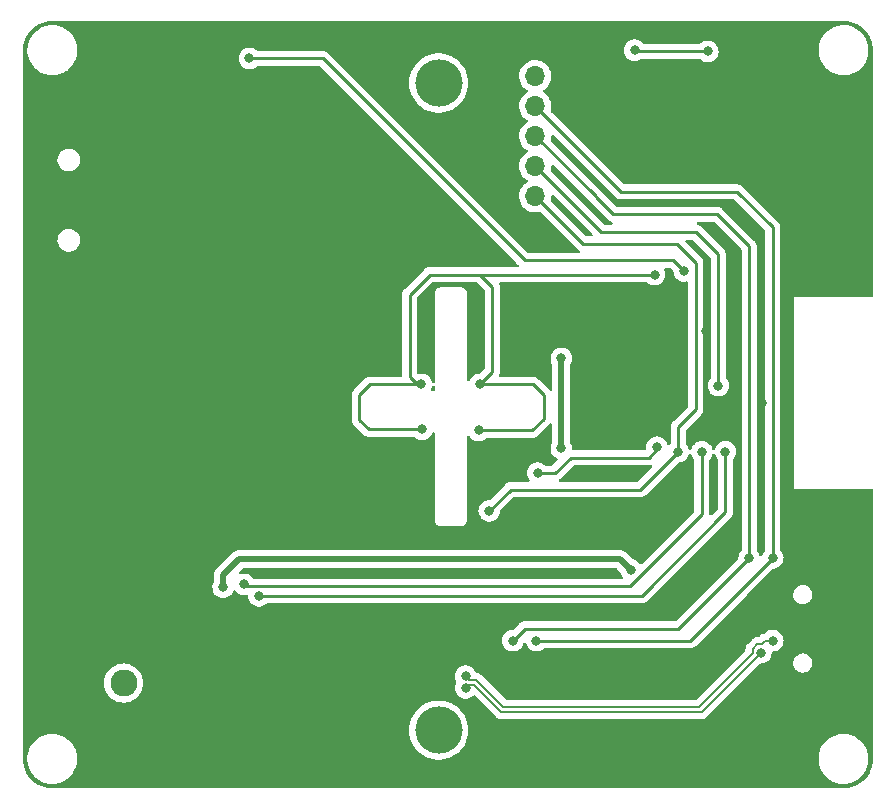
<source format=gbl>
%TF.GenerationSoftware,KiCad,Pcbnew,(6.0.7)*%
%TF.CreationDate,2022-11-21T20:08:05+01:00*%
%TF.ProjectId,Arbolito,4172626f-6c69-4746-9f2e-6b696361645f,rev?*%
%TF.SameCoordinates,Original*%
%TF.FileFunction,Copper,L2,Bot*%
%TF.FilePolarity,Positive*%
%FSLAX46Y46*%
G04 Gerber Fmt 4.6, Leading zero omitted, Abs format (unit mm)*
G04 Created by KiCad (PCBNEW (6.0.7)) date 2022-11-21 20:08:05*
%MOMM*%
%LPD*%
G01*
G04 APERTURE LIST*
%TA.AperFunction,ComponentPad*%
%ADD10O,2.200000X1.000000*%
%TD*%
%TA.AperFunction,ComponentPad*%
%ADD11R,1.700000X1.700000*%
%TD*%
%TA.AperFunction,ComponentPad*%
%ADD12O,1.700000X1.700000*%
%TD*%
%TA.AperFunction,ComponentPad*%
%ADD13C,2.286000*%
%TD*%
%TA.AperFunction,ComponentPad*%
%ADD14C,4.000000*%
%TD*%
%TA.AperFunction,ViaPad*%
%ADD15C,0.800000*%
%TD*%
%TA.AperFunction,Conductor*%
%ADD16C,0.500000*%
%TD*%
%TA.AperFunction,Conductor*%
%ADD17C,0.250000*%
%TD*%
%TA.AperFunction,Conductor*%
%ADD18C,0.200000*%
%TD*%
G04 APERTURE END LIST*
D10*
%TO.P,P1,S1,SHIELD*%
%TO.N,GND*%
X175032000Y-108275019D03*
X170964308Y-108285000D03*
X170964308Y-119732365D03*
X175240000Y-119715000D03*
%TD*%
D11*
%TO.P,J2,1,Pin_1*%
%TO.N,GND*%
X148900000Y-79900000D03*
D12*
%TO.P,J2,2,Pin_2*%
%TO.N,/GPIO0*%
X148900000Y-77360000D03*
%TO.P,J2,3,Pin_3*%
%TO.N,/nRST*%
X148900000Y-74820000D03*
%TO.P,J2,4,Pin_4*%
%TO.N,/TX*%
X148900000Y-72280000D03*
%TO.P,J2,5,Pin_5*%
%TO.N,/RX*%
X148900000Y-69740000D03*
%TO.P,J2,6,Pin_6*%
%TO.N,+3.3V*%
X148900000Y-67200000D03*
%TD*%
D13*
%TO.P,J1,1,Pin_1*%
%TO.N,GND*%
X114040000Y-105880000D03*
%TO.P,J1,2,Pin_2*%
%TO.N,Net-(J1-Pad2)*%
X114040000Y-118580000D03*
D14*
%TO.P,J1,3*%
%TO.N,N/C*%
X140710000Y-67780000D03*
X140710000Y-122580000D03*
%TD*%
D15*
%TO.N,GND*%
X163390000Y-88790000D03*
X168090000Y-94890000D03*
X155000000Y-104000000D03*
X140980000Y-115030000D03*
X132200000Y-77700000D03*
X167900000Y-121400000D03*
X157400000Y-69900000D03*
X146000000Y-119000000D03*
X129000000Y-89000000D03*
X156500000Y-117700000D03*
X133900000Y-71300000D03*
X163000000Y-75100000D03*
X132000000Y-89000000D03*
X146000000Y-118000000D03*
X147000000Y-119000000D03*
X136200000Y-80000000D03*
X162600000Y-117500000D03*
X147000000Y-118000000D03*
X137470000Y-118150000D03*
X144450000Y-124060000D03*
X163400000Y-69900000D03*
X122254000Y-107329500D03*
%TO.N,+3.3V*%
X157000000Y-109000000D03*
X151100000Y-91100000D03*
X151100000Y-98700000D03*
X122462500Y-110462500D03*
%TO.N,/nRST*%
X159200000Y-98600000D03*
X149100000Y-100800000D03*
X164400000Y-93400000D03*
%TO.N,/D+*%
X143000000Y-118000000D03*
X169000000Y-115000000D03*
%TO.N,/D-*%
X168000000Y-116000000D03*
X143000000Y-119000000D03*
%TO.N,/GPIO0*%
X161000000Y-99000000D03*
X145000000Y-104000000D03*
%TO.N,/RX*%
X149000000Y-115000000D03*
X169000000Y-108000000D03*
%TO.N,/TX*%
X167000000Y-108000000D03*
X147000000Y-115000000D03*
%TO.N,Net-(R16-Pad1)*%
X163500000Y-65100000D03*
X157300000Y-65000000D03*
%TO.N,/SCL*%
X163000000Y-99000000D03*
X124254000Y-110230000D03*
%TO.N,/SDA*%
X125500000Y-111200000D03*
X165000000Y-99000000D03*
%TO.N,/DIN*%
X159000000Y-84000000D03*
X144100000Y-97200000D03*
X144200000Y-93300000D03*
X139250000Y-93300000D03*
X139300000Y-97100000D03*
%TO.N,/Boton*%
X124700000Y-65700000D03*
X161500000Y-83700000D03*
%TD*%
D16*
%TO.N,+3.3V*%
X123800000Y-108100000D02*
X156100000Y-108100000D01*
X151100000Y-98700000D02*
X151100000Y-91100000D01*
X156100000Y-108100000D02*
X157000000Y-109000000D01*
X122462500Y-109437500D02*
X123800000Y-108100000D01*
X122462500Y-110462500D02*
X122462500Y-109437500D01*
D17*
%TO.N,/nRST*%
X159200000Y-98600000D02*
X159200000Y-98800000D01*
X162500000Y-80400000D02*
X154480000Y-80400000D01*
X158500000Y-99500000D02*
X151900000Y-99500000D01*
X151900000Y-99500000D02*
X150600000Y-100800000D01*
X159200000Y-98800000D02*
X158500000Y-99500000D01*
X150600000Y-100800000D02*
X149100000Y-100800000D01*
X164400000Y-82300000D02*
X162500000Y-80400000D01*
X154480000Y-80400000D02*
X148900000Y-74820000D01*
X164400000Y-93400000D02*
X164400000Y-82300000D01*
D18*
%TO.N,/D+*%
X167300000Y-115710050D02*
X167710050Y-115300000D01*
X143000000Y-118000000D02*
X143325001Y-118325001D01*
X146165686Y-120600000D02*
X162763602Y-120600000D01*
X143890687Y-118325001D02*
X146165686Y-120600000D01*
X167710050Y-115300000D02*
X168063602Y-115300000D01*
X168363602Y-115000000D02*
X169000000Y-115000000D01*
X168063602Y-115300000D02*
X168363602Y-115000000D01*
X162763602Y-120600000D02*
X167300000Y-116063602D01*
X167300000Y-116063602D02*
X167300000Y-115710050D01*
X143325001Y-118325001D02*
X143890687Y-118325001D01*
%TO.N,/D-*%
X143274999Y-118725001D02*
X143725001Y-118725001D01*
X146000000Y-121000000D02*
X163000000Y-121000000D01*
X163000000Y-121000000D02*
X168000000Y-116000000D01*
X143000000Y-119000000D02*
X143274999Y-118725001D01*
X143725001Y-118725001D02*
X146000000Y-121000000D01*
D17*
%TO.N,/GPIO0*%
X162500000Y-83000000D02*
X162500000Y-95400000D01*
X162500000Y-95400000D02*
X161000000Y-96900000D01*
X161000000Y-99000000D02*
X157800000Y-102200000D01*
X148900000Y-77360000D02*
X152940000Y-81400000D01*
X146800000Y-102200000D02*
X145000000Y-104000000D01*
X157800000Y-102200000D02*
X146800000Y-102200000D01*
X152940000Y-81400000D02*
X160900000Y-81400000D01*
X161000000Y-96900000D02*
X161000000Y-99000000D01*
X160900000Y-81400000D02*
X162500000Y-83000000D01*
%TO.N,/RX*%
X162000000Y-115000000D02*
X169000000Y-108000000D01*
X169000000Y-80000000D02*
X169000000Y-108000000D01*
X156160000Y-77000000D02*
X166000000Y-77000000D01*
X149000000Y-115000000D02*
X162000000Y-115000000D01*
X166000000Y-77000000D02*
X169000000Y-80000000D01*
X148900000Y-69740000D02*
X156160000Y-77000000D01*
%TO.N,/TX*%
X154000000Y-77380000D02*
X154000000Y-77400000D01*
X148900000Y-72280000D02*
X154000000Y-77380000D01*
X154000000Y-77400000D02*
X155500000Y-78900000D01*
X167000000Y-81600000D02*
X167000000Y-108000000D01*
X161000000Y-114000000D02*
X148000000Y-114000000D01*
X155500000Y-78900000D02*
X164300000Y-78900000D01*
X164300000Y-78900000D02*
X167000000Y-81600000D01*
X148000000Y-114000000D02*
X147000000Y-115000000D01*
X167000000Y-108000000D02*
X161000000Y-114000000D01*
%TO.N,Net-(R16-Pad1)*%
X157400000Y-65100000D02*
X157300000Y-65000000D01*
X163500000Y-65100000D02*
X157400000Y-65100000D01*
%TO.N,/SCL*%
X124254000Y-110230000D02*
X124424000Y-110400000D01*
X156900000Y-110400000D02*
X163000000Y-104300000D01*
X163000000Y-104300000D02*
X163000000Y-99000000D01*
X124424000Y-110400000D02*
X156900000Y-110400000D01*
%TO.N,/SDA*%
X165000000Y-104100000D02*
X165000000Y-99000000D01*
X125500000Y-111200000D02*
X157900000Y-111200000D01*
X157900000Y-111200000D02*
X165000000Y-104100000D01*
%TO.N,/DIN*%
X148650000Y-97200000D02*
X144100000Y-97200000D01*
X134000000Y-96300000D02*
X134000000Y-94200000D01*
X139300000Y-97100000D02*
X134800000Y-97100000D01*
X139250000Y-93300000D02*
X138850000Y-93300000D01*
X144200000Y-84000000D02*
X159000000Y-84000000D01*
X138250000Y-85700000D02*
X139950000Y-84000000D01*
X149600000Y-96250000D02*
X148650000Y-97200000D01*
X134900000Y-93300000D02*
X139250000Y-93300000D01*
X145250000Y-92250000D02*
X145250000Y-85050000D01*
X144200000Y-93300000D02*
X145250000Y-92250000D01*
X134800000Y-97100000D02*
X134000000Y-96300000D01*
X144200000Y-93300000D02*
X148700000Y-93300000D01*
X149600000Y-94200000D02*
X149600000Y-96250000D01*
X145250000Y-85050000D02*
X144200000Y-84000000D01*
X148700000Y-93300000D02*
X149600000Y-94200000D01*
X138250000Y-92650000D02*
X138250000Y-85700000D01*
X139950000Y-84000000D02*
X144200000Y-84000000D01*
X134000000Y-94200000D02*
X134900000Y-93300000D01*
X138850000Y-93300000D02*
X138250000Y-92700000D01*
%TO.N,/Boton*%
X160600000Y-82800000D02*
X148000000Y-82800000D01*
X148000000Y-82800000D02*
X130900000Y-65700000D01*
X161500000Y-83700000D02*
X160600000Y-82800000D01*
X130900000Y-65700000D02*
X124700000Y-65700000D01*
%TD*%
%TA.AperFunction,Conductor*%
%TO.N,GND*%
G36*
X174970018Y-62510000D02*
G01*
X174984851Y-62512310D01*
X174984855Y-62512310D01*
X174993724Y-62513691D01*
X175010923Y-62511442D01*
X175034863Y-62510609D01*
X175292710Y-62526206D01*
X175307814Y-62528040D01*
X175379786Y-62541229D01*
X175588760Y-62579525D01*
X175603526Y-62583164D01*
X175876231Y-62668142D01*
X175890445Y-62673534D01*
X176108223Y-62771547D01*
X176150906Y-62790757D01*
X176164379Y-62797828D01*
X176408813Y-62945595D01*
X176421334Y-62954238D01*
X176646171Y-63130385D01*
X176657560Y-63140475D01*
X176859525Y-63342440D01*
X176869614Y-63353828D01*
X176885831Y-63374527D01*
X177045762Y-63578666D01*
X177054405Y-63591187D01*
X177202172Y-63835621D01*
X177209242Y-63849092D01*
X177326466Y-64109555D01*
X177331858Y-64123769D01*
X177388705Y-64306197D01*
X177416836Y-64396473D01*
X177420475Y-64411240D01*
X177448624Y-64564841D01*
X177471960Y-64692186D01*
X177473794Y-64707290D01*
X177488953Y-64957904D01*
X177487692Y-64984716D01*
X177487690Y-64984852D01*
X177486309Y-64993724D01*
X177487473Y-65002626D01*
X177487473Y-65002628D01*
X177490436Y-65025283D01*
X177491500Y-65041621D01*
X177491500Y-85754000D01*
X177471498Y-85822121D01*
X177417842Y-85868614D01*
X177365500Y-85880000D01*
X170800000Y-85880000D01*
X170800000Y-102120000D01*
X177365500Y-102120000D01*
X177433621Y-102140002D01*
X177480114Y-102193658D01*
X177491500Y-102246000D01*
X177491500Y-124950633D01*
X177490000Y-124970018D01*
X177487690Y-124984851D01*
X177487690Y-124984855D01*
X177486309Y-124993724D01*
X177488558Y-125010919D01*
X177489391Y-125034863D01*
X177473794Y-125292710D01*
X177471960Y-125307814D01*
X177420477Y-125588754D01*
X177416836Y-125603526D01*
X177388321Y-125695036D01*
X177331859Y-125876227D01*
X177326466Y-125890445D01*
X177209243Y-126150906D01*
X177202172Y-126164379D01*
X177054405Y-126408813D01*
X177045762Y-126421334D01*
X176898824Y-126608889D01*
X176883520Y-126628423D01*
X176869615Y-126646171D01*
X176859525Y-126657560D01*
X176657560Y-126859525D01*
X176646171Y-126869615D01*
X176421334Y-127045762D01*
X176408813Y-127054405D01*
X176164379Y-127202172D01*
X176150908Y-127209242D01*
X175890445Y-127326466D01*
X175876231Y-127331858D01*
X175603527Y-127416836D01*
X175588760Y-127420475D01*
X175379786Y-127458771D01*
X175307814Y-127471960D01*
X175292710Y-127473794D01*
X175042096Y-127488953D01*
X175015284Y-127487692D01*
X175015148Y-127487690D01*
X175006276Y-127486309D01*
X174997374Y-127487473D01*
X174997372Y-127487473D01*
X174982707Y-127489391D01*
X174974714Y-127490436D01*
X174958379Y-127491500D01*
X108049367Y-127491500D01*
X108029982Y-127490000D01*
X108015149Y-127487690D01*
X108015145Y-127487690D01*
X108006276Y-127486309D01*
X107989077Y-127488558D01*
X107965137Y-127489391D01*
X107707290Y-127473794D01*
X107692186Y-127471960D01*
X107620214Y-127458771D01*
X107411240Y-127420475D01*
X107396473Y-127416836D01*
X107123769Y-127331858D01*
X107109555Y-127326466D01*
X106849092Y-127209242D01*
X106835621Y-127202172D01*
X106591187Y-127054405D01*
X106578666Y-127045762D01*
X106353829Y-126869615D01*
X106342440Y-126859525D01*
X106140475Y-126657560D01*
X106130385Y-126646171D01*
X106116481Y-126628423D01*
X106101176Y-126608889D01*
X105954238Y-126421334D01*
X105945595Y-126408813D01*
X105797828Y-126164379D01*
X105790757Y-126150906D01*
X105673534Y-125890445D01*
X105668141Y-125876227D01*
X105611680Y-125695036D01*
X105583164Y-125603526D01*
X105579523Y-125588754D01*
X105528040Y-125307814D01*
X105526206Y-125292710D01*
X105516528Y-125132703D01*
X105890743Y-125132703D01*
X105928268Y-125417734D01*
X106004129Y-125695036D01*
X106116923Y-125959476D01*
X106128693Y-125979142D01*
X106231492Y-126150906D01*
X106264561Y-126206161D01*
X106444313Y-126430528D01*
X106652851Y-126628423D01*
X106886317Y-126796186D01*
X106890112Y-126798195D01*
X106890113Y-126798196D01*
X106911869Y-126809715D01*
X107140392Y-126930712D01*
X107410373Y-127029511D01*
X107691264Y-127090755D01*
X107719841Y-127093004D01*
X107914282Y-127108307D01*
X107914291Y-127108307D01*
X107916739Y-127108500D01*
X108072271Y-127108500D01*
X108074407Y-127108354D01*
X108074418Y-127108354D01*
X108282548Y-127094165D01*
X108282554Y-127094164D01*
X108286825Y-127093873D01*
X108291020Y-127093004D01*
X108291022Y-127093004D01*
X108496440Y-127050464D01*
X108568342Y-127035574D01*
X108839343Y-126939607D01*
X108984057Y-126864915D01*
X109091005Y-126809715D01*
X109091006Y-126809715D01*
X109094812Y-126807750D01*
X109098313Y-126805289D01*
X109098317Y-126805287D01*
X109212418Y-126725095D01*
X109330023Y-126642441D01*
X109540622Y-126446740D01*
X109722713Y-126224268D01*
X109872927Y-125979142D01*
X109988483Y-125715898D01*
X110067244Y-125439406D01*
X110107751Y-125154784D01*
X110107845Y-125136951D01*
X110107867Y-125132703D01*
X172890743Y-125132703D01*
X172928268Y-125417734D01*
X173004129Y-125695036D01*
X173116923Y-125959476D01*
X173128693Y-125979142D01*
X173231492Y-126150906D01*
X173264561Y-126206161D01*
X173444313Y-126430528D01*
X173652851Y-126628423D01*
X173886317Y-126796186D01*
X173890112Y-126798195D01*
X173890113Y-126798196D01*
X173911869Y-126809715D01*
X174140392Y-126930712D01*
X174410373Y-127029511D01*
X174691264Y-127090755D01*
X174719841Y-127093004D01*
X174914282Y-127108307D01*
X174914291Y-127108307D01*
X174916739Y-127108500D01*
X175072271Y-127108500D01*
X175074407Y-127108354D01*
X175074418Y-127108354D01*
X175282548Y-127094165D01*
X175282554Y-127094164D01*
X175286825Y-127093873D01*
X175291020Y-127093004D01*
X175291022Y-127093004D01*
X175496440Y-127050464D01*
X175568342Y-127035574D01*
X175839343Y-126939607D01*
X175984057Y-126864915D01*
X176091005Y-126809715D01*
X176091006Y-126809715D01*
X176094812Y-126807750D01*
X176098313Y-126805289D01*
X176098317Y-126805287D01*
X176212418Y-126725095D01*
X176330023Y-126642441D01*
X176540622Y-126446740D01*
X176722713Y-126224268D01*
X176872927Y-125979142D01*
X176988483Y-125715898D01*
X177067244Y-125439406D01*
X177107751Y-125154784D01*
X177107845Y-125136951D01*
X177109235Y-124871583D01*
X177109235Y-124871576D01*
X177109257Y-124867297D01*
X177107731Y-124855702D01*
X177072292Y-124586522D01*
X177071732Y-124582266D01*
X176995871Y-124304964D01*
X176985295Y-124280170D01*
X176884763Y-124044476D01*
X176884761Y-124044472D01*
X176883077Y-124040524D01*
X176735439Y-123793839D01*
X176555687Y-123569472D01*
X176347149Y-123371577D01*
X176113683Y-123203814D01*
X176091843Y-123192250D01*
X176068654Y-123179972D01*
X175859608Y-123069288D01*
X175589627Y-122970489D01*
X175308736Y-122909245D01*
X175277685Y-122906801D01*
X175085718Y-122891693D01*
X175085709Y-122891693D01*
X175083261Y-122891500D01*
X174927729Y-122891500D01*
X174925593Y-122891646D01*
X174925582Y-122891646D01*
X174717452Y-122905835D01*
X174717446Y-122905836D01*
X174713175Y-122906127D01*
X174708980Y-122906996D01*
X174708978Y-122906996D01*
X174572417Y-122935276D01*
X174431658Y-122964426D01*
X174160657Y-123060393D01*
X173905188Y-123192250D01*
X173901687Y-123194711D01*
X173901683Y-123194713D01*
X173891594Y-123201804D01*
X173669977Y-123357559D01*
X173654892Y-123371577D01*
X173511026Y-123505266D01*
X173459378Y-123553260D01*
X173277287Y-123775732D01*
X173127073Y-124020858D01*
X173011517Y-124284102D01*
X173010342Y-124288229D01*
X173010341Y-124288230D01*
X173006699Y-124301016D01*
X172932756Y-124560594D01*
X172892249Y-124845216D01*
X172892227Y-124849505D01*
X172892226Y-124849512D01*
X172890765Y-125128417D01*
X172890743Y-125132703D01*
X110107867Y-125132703D01*
X110109235Y-124871583D01*
X110109235Y-124871576D01*
X110109257Y-124867297D01*
X110107731Y-124855702D01*
X110072292Y-124586522D01*
X110071732Y-124582266D01*
X109995871Y-124304964D01*
X109985295Y-124280170D01*
X109884763Y-124044476D01*
X109884761Y-124044472D01*
X109883077Y-124040524D01*
X109735439Y-123793839D01*
X109555687Y-123569472D01*
X109347149Y-123371577D01*
X109113683Y-123203814D01*
X109091843Y-123192250D01*
X109068654Y-123179972D01*
X108859608Y-123069288D01*
X108589627Y-122970489D01*
X108308736Y-122909245D01*
X108277685Y-122906801D01*
X108085718Y-122891693D01*
X108085709Y-122891693D01*
X108083261Y-122891500D01*
X107927729Y-122891500D01*
X107925593Y-122891646D01*
X107925582Y-122891646D01*
X107717452Y-122905835D01*
X107717446Y-122905836D01*
X107713175Y-122906127D01*
X107708980Y-122906996D01*
X107708978Y-122906996D01*
X107572417Y-122935276D01*
X107431658Y-122964426D01*
X107160657Y-123060393D01*
X106905188Y-123192250D01*
X106901687Y-123194711D01*
X106901683Y-123194713D01*
X106891594Y-123201804D01*
X106669977Y-123357559D01*
X106654892Y-123371577D01*
X106511026Y-123505266D01*
X106459378Y-123553260D01*
X106277287Y-123775732D01*
X106127073Y-124020858D01*
X106011517Y-124284102D01*
X106010342Y-124288229D01*
X106010341Y-124288230D01*
X106006699Y-124301016D01*
X105932756Y-124560594D01*
X105892249Y-124845216D01*
X105892227Y-124849505D01*
X105892226Y-124849512D01*
X105890765Y-125128417D01*
X105890743Y-125132703D01*
X105516528Y-125132703D01*
X105511269Y-125045768D01*
X105512520Y-125022216D01*
X105512334Y-125022199D01*
X105512769Y-125017350D01*
X105513576Y-125012552D01*
X105513729Y-125000000D01*
X105509773Y-124972376D01*
X105508500Y-124954514D01*
X105508500Y-122580000D01*
X138196540Y-122580000D01*
X138216359Y-122895020D01*
X138275505Y-123205072D01*
X138373044Y-123505266D01*
X138374731Y-123508852D01*
X138374733Y-123508856D01*
X138505750Y-123787283D01*
X138505754Y-123787290D01*
X138507438Y-123790869D01*
X138676568Y-124057375D01*
X138679093Y-124060427D01*
X138867549Y-124288230D01*
X138877767Y-124300582D01*
X139107860Y-124516654D01*
X139363221Y-124702184D01*
X139639821Y-124854247D01*
X139643490Y-124855700D01*
X139643495Y-124855702D01*
X139893066Y-124954514D01*
X139933298Y-124970443D01*
X140239025Y-125048940D01*
X140552179Y-125088500D01*
X140867821Y-125088500D01*
X141180975Y-125048940D01*
X141486702Y-124970443D01*
X141526934Y-124954514D01*
X141776505Y-124855702D01*
X141776510Y-124855700D01*
X141780179Y-124854247D01*
X142056779Y-124702184D01*
X142312140Y-124516654D01*
X142542233Y-124300582D01*
X142552452Y-124288230D01*
X142740907Y-124060427D01*
X142743432Y-124057375D01*
X142912562Y-123790869D01*
X142914246Y-123787290D01*
X142914250Y-123787283D01*
X143045267Y-123508856D01*
X143045269Y-123508852D01*
X143046956Y-123505266D01*
X143144495Y-123205072D01*
X143203641Y-122895020D01*
X143223460Y-122580000D01*
X143203641Y-122264980D01*
X143144495Y-121954928D01*
X143046956Y-121654734D01*
X143045267Y-121651144D01*
X142914250Y-121372717D01*
X142914246Y-121372710D01*
X142912562Y-121369131D01*
X142743432Y-121102625D01*
X142542233Y-120859418D01*
X142312140Y-120643346D01*
X142056779Y-120457816D01*
X141780179Y-120305753D01*
X141776510Y-120304300D01*
X141776505Y-120304298D01*
X141490372Y-120191010D01*
X141490371Y-120191010D01*
X141486702Y-120189557D01*
X141180975Y-120111060D01*
X140867821Y-120071500D01*
X140552179Y-120071500D01*
X140239025Y-120111060D01*
X139933298Y-120189557D01*
X139929629Y-120191010D01*
X139929628Y-120191010D01*
X139643495Y-120304298D01*
X139643490Y-120304300D01*
X139639821Y-120305753D01*
X139363221Y-120457816D01*
X139107860Y-120643346D01*
X138877767Y-120859418D01*
X138676568Y-121102625D01*
X138507438Y-121369131D01*
X138505754Y-121372710D01*
X138505750Y-121372717D01*
X138374733Y-121651144D01*
X138373044Y-121654734D01*
X138275505Y-121954928D01*
X138216359Y-122264980D01*
X138196540Y-122580000D01*
X105508500Y-122580000D01*
X105508500Y-118580000D01*
X112383393Y-118580000D01*
X112403789Y-118839150D01*
X112464473Y-119091920D01*
X112466366Y-119096491D01*
X112466367Y-119096493D01*
X112507670Y-119196206D01*
X112563952Y-119332084D01*
X112699777Y-119553729D01*
X112702994Y-119557496D01*
X112702995Y-119557497D01*
X112802462Y-119673958D01*
X112868602Y-119751398D01*
X112872364Y-119754611D01*
X113002912Y-119866109D01*
X113066271Y-119920223D01*
X113287916Y-120056048D01*
X113292486Y-120057941D01*
X113292488Y-120057942D01*
X113523507Y-120153633D01*
X113528080Y-120155527D01*
X113614543Y-120176285D01*
X113776037Y-120215056D01*
X113776043Y-120215057D01*
X113780850Y-120216211D01*
X114040000Y-120236607D01*
X114299150Y-120216211D01*
X114303957Y-120215057D01*
X114303963Y-120215056D01*
X114465457Y-120176285D01*
X114551920Y-120155527D01*
X114556493Y-120153633D01*
X114787512Y-120057942D01*
X114787514Y-120057941D01*
X114792084Y-120056048D01*
X115013729Y-119920223D01*
X115077089Y-119866109D01*
X115207636Y-119754611D01*
X115211398Y-119751398D01*
X115277538Y-119673958D01*
X115377005Y-119557497D01*
X115377006Y-119557496D01*
X115380223Y-119553729D01*
X115516048Y-119332084D01*
X115572331Y-119196206D01*
X115613633Y-119096493D01*
X115613634Y-119096491D01*
X115615527Y-119091920D01*
X115637595Y-119000000D01*
X142086496Y-119000000D01*
X142106458Y-119189928D01*
X142165473Y-119371556D01*
X142260960Y-119536944D01*
X142265378Y-119541851D01*
X142265379Y-119541852D01*
X142347173Y-119632693D01*
X142388747Y-119678866D01*
X142543248Y-119791118D01*
X142549276Y-119793802D01*
X142549278Y-119793803D01*
X142711681Y-119866109D01*
X142717712Y-119868794D01*
X142811113Y-119888647D01*
X142898056Y-119907128D01*
X142898061Y-119907128D01*
X142904513Y-119908500D01*
X143095487Y-119908500D01*
X143101939Y-119907128D01*
X143101944Y-119907128D01*
X143188887Y-119888647D01*
X143282288Y-119868794D01*
X143288319Y-119866109D01*
X143450722Y-119793803D01*
X143450724Y-119793802D01*
X143456752Y-119791118D01*
X143611253Y-119678866D01*
X143620518Y-119668577D01*
X143680964Y-119631339D01*
X143751947Y-119632693D01*
X143803246Y-119663795D01*
X145535685Y-121396234D01*
X145546552Y-121408625D01*
X145566013Y-121433987D01*
X145597925Y-121458474D01*
X145597928Y-121458477D01*
X145607537Y-121465850D01*
X145693125Y-121531524D01*
X145841150Y-121592838D01*
X145960115Y-121608500D01*
X145960120Y-121608500D01*
X145960129Y-121608501D01*
X145991812Y-121612672D01*
X146000000Y-121613750D01*
X146031693Y-121609578D01*
X146048136Y-121608500D01*
X162951864Y-121608500D01*
X162968307Y-121609578D01*
X163000000Y-121613750D01*
X163008189Y-121612672D01*
X163039874Y-121608501D01*
X163039884Y-121608500D01*
X163039885Y-121608500D01*
X163039901Y-121608498D01*
X163139457Y-121595391D01*
X163150664Y-121593916D01*
X163150666Y-121593915D01*
X163158851Y-121592838D01*
X163306876Y-121531524D01*
X163402072Y-121458477D01*
X163402075Y-121458474D01*
X163433987Y-121433987D01*
X163439017Y-121427432D01*
X163453452Y-121408621D01*
X163464319Y-121396230D01*
X167915144Y-116945405D01*
X167977456Y-116911379D01*
X168004239Y-116908500D01*
X168095487Y-116908500D01*
X168101939Y-116907128D01*
X168101944Y-116907128D01*
X168209244Y-116884320D01*
X170736404Y-116884320D01*
X170737140Y-116891323D01*
X170737140Y-116891324D01*
X170749232Y-117006367D01*
X170755364Y-117064712D01*
X170813818Y-117236421D01*
X170908862Y-117390912D01*
X170913793Y-117395947D01*
X170913795Y-117395950D01*
X170985110Y-117468774D01*
X171035771Y-117520507D01*
X171188238Y-117618765D01*
X171194858Y-117621174D01*
X171194861Y-117621176D01*
X171352066Y-117678394D01*
X171358685Y-117680803D01*
X171498769Y-117698500D01*
X171595610Y-117698500D01*
X171730255Y-117683397D01*
X171744622Y-117678394D01*
X171894894Y-117626064D01*
X171894897Y-117626062D01*
X171901552Y-117623745D01*
X171909522Y-117618765D01*
X172049402Y-117531359D01*
X172055376Y-117527626D01*
X172067612Y-117515475D01*
X172179085Y-117404778D01*
X172179088Y-117404774D01*
X172184082Y-117399815D01*
X172281273Y-117246666D01*
X172295683Y-117206197D01*
X172339757Y-117082425D01*
X172339758Y-117082420D01*
X172342119Y-117075790D01*
X172363596Y-116895680D01*
X172361667Y-116877327D01*
X172345372Y-116722288D01*
X172345371Y-116722286D01*
X172344636Y-116715288D01*
X172286182Y-116543579D01*
X172191138Y-116389088D01*
X172186207Y-116384053D01*
X172186205Y-116384050D01*
X172069157Y-116264525D01*
X172069156Y-116264524D01*
X172064229Y-116259493D01*
X171911762Y-116161235D01*
X171905142Y-116158826D01*
X171905139Y-116158824D01*
X171747934Y-116101606D01*
X171747933Y-116101606D01*
X171741315Y-116099197D01*
X171601231Y-116081500D01*
X171504390Y-116081500D01*
X171369745Y-116096603D01*
X171363092Y-116098920D01*
X171363091Y-116098920D01*
X171205106Y-116153936D01*
X171205103Y-116153938D01*
X171198448Y-116156255D01*
X171192469Y-116159991D01*
X171155063Y-116183365D01*
X171044624Y-116252374D01*
X171039628Y-116257335D01*
X171039627Y-116257336D01*
X170920915Y-116375222D01*
X170920912Y-116375226D01*
X170915918Y-116380185D01*
X170818727Y-116533334D01*
X170816362Y-116539976D01*
X170760243Y-116697575D01*
X170760242Y-116697580D01*
X170757881Y-116704210D01*
X170757048Y-116711198D01*
X170757047Y-116711201D01*
X170742368Y-116834302D01*
X170736404Y-116884320D01*
X168209244Y-116884320D01*
X168282288Y-116868794D01*
X168288319Y-116866109D01*
X168450722Y-116793803D01*
X168450724Y-116793802D01*
X168456752Y-116791118D01*
X168611253Y-116678866D01*
X168739040Y-116536944D01*
X168834527Y-116371556D01*
X168893542Y-116189928D01*
X168896689Y-116159991D01*
X168911262Y-116021330D01*
X168938275Y-115955673D01*
X168996497Y-115915043D01*
X169036572Y-115908500D01*
X169095487Y-115908500D01*
X169101939Y-115907128D01*
X169101944Y-115907128D01*
X169188887Y-115888647D01*
X169282288Y-115868794D01*
X169327964Y-115848458D01*
X169450722Y-115793803D01*
X169450724Y-115793802D01*
X169456752Y-115791118D01*
X169611253Y-115678866D01*
X169619083Y-115670170D01*
X169734621Y-115541852D01*
X169734622Y-115541851D01*
X169739040Y-115536944D01*
X169834527Y-115371556D01*
X169893542Y-115189928D01*
X169897008Y-115156956D01*
X169912814Y-115006565D01*
X169913504Y-115000000D01*
X169893542Y-114810072D01*
X169834527Y-114628444D01*
X169820282Y-114603770D01*
X169742341Y-114468774D01*
X169739040Y-114463056D01*
X169611253Y-114321134D01*
X169456752Y-114208882D01*
X169450724Y-114206198D01*
X169450722Y-114206197D01*
X169288319Y-114133891D01*
X169288318Y-114133891D01*
X169282288Y-114131206D01*
X169188888Y-114111353D01*
X169101944Y-114092872D01*
X169101939Y-114092872D01*
X169095487Y-114091500D01*
X168904513Y-114091500D01*
X168898061Y-114092872D01*
X168898056Y-114092872D01*
X168811112Y-114111353D01*
X168717712Y-114131206D01*
X168711682Y-114133891D01*
X168711681Y-114133891D01*
X168549278Y-114206197D01*
X168549276Y-114206198D01*
X168543248Y-114208882D01*
X168388747Y-114321134D01*
X168384336Y-114326033D01*
X168384327Y-114326041D01*
X168356717Y-114356706D01*
X168296271Y-114393946D01*
X168279530Y-114397317D01*
X168224145Y-114404609D01*
X168212938Y-114406084D01*
X168212936Y-114406085D01*
X168204751Y-114407162D01*
X168056726Y-114468476D01*
X167961530Y-114541523D01*
X167961527Y-114541526D01*
X167929615Y-114566013D01*
X167924585Y-114572568D01*
X167910150Y-114591379D01*
X167899283Y-114603770D01*
X167848458Y-114654595D01*
X167786146Y-114688621D01*
X167759363Y-114691500D01*
X167758186Y-114691500D01*
X167741740Y-114690422D01*
X167718238Y-114687328D01*
X167710050Y-114686250D01*
X167701862Y-114687328D01*
X167670179Y-114691499D01*
X167670170Y-114691500D01*
X167670165Y-114691500D01*
X167551200Y-114707162D01*
X167403175Y-114768476D01*
X167403173Y-114768477D01*
X167403174Y-114768477D01*
X167307978Y-114841523D01*
X167307975Y-114841526D01*
X167276063Y-114866013D01*
X167271033Y-114872568D01*
X167256598Y-114891379D01*
X167245731Y-114903770D01*
X166903766Y-115245735D01*
X166891375Y-115256602D01*
X166866013Y-115276063D01*
X166841526Y-115307975D01*
X166841523Y-115307978D01*
X166841517Y-115307986D01*
X166792738Y-115371556D01*
X166768476Y-115403174D01*
X166737739Y-115477380D01*
X166711034Y-115541852D01*
X166709883Y-115544630D01*
X166707162Y-115551200D01*
X166706085Y-115559384D01*
X166706084Y-115559386D01*
X166696392Y-115633003D01*
X166691500Y-115670165D01*
X166691500Y-115670170D01*
X166686250Y-115710050D01*
X166687328Y-115718238D01*
X166690422Y-115741740D01*
X166691500Y-115758186D01*
X166691500Y-115759363D01*
X166671498Y-115827484D01*
X166654595Y-115848458D01*
X162548458Y-119954595D01*
X162486146Y-119988621D01*
X162459363Y-119991500D01*
X146469925Y-119991500D01*
X146401804Y-119971498D01*
X146380830Y-119954595D01*
X144355002Y-117928767D01*
X144344135Y-117916376D01*
X144329700Y-117897564D01*
X144324674Y-117891014D01*
X144292762Y-117866527D01*
X144292759Y-117866524D01*
X144248403Y-117832488D01*
X144204116Y-117798505D01*
X144204114Y-117798504D01*
X144197563Y-117793477D01*
X144049538Y-117732163D01*
X144041351Y-117731085D01*
X144041350Y-117731085D01*
X144030145Y-117729610D01*
X144030144Y-117729610D01*
X143994255Y-117724885D01*
X143938944Y-117717603D01*
X143874017Y-117688880D01*
X143841137Y-117639919D01*
X143839254Y-117640758D01*
X143836568Y-117634725D01*
X143834527Y-117628444D01*
X143739040Y-117463056D01*
X143690010Y-117408602D01*
X143615675Y-117326045D01*
X143615674Y-117326044D01*
X143611253Y-117321134D01*
X143456752Y-117208882D01*
X143450724Y-117206198D01*
X143450722Y-117206197D01*
X143288319Y-117133891D01*
X143288318Y-117133891D01*
X143282288Y-117131206D01*
X143188888Y-117111353D01*
X143101944Y-117092872D01*
X143101939Y-117092872D01*
X143095487Y-117091500D01*
X142904513Y-117091500D01*
X142898061Y-117092872D01*
X142898056Y-117092872D01*
X142811112Y-117111353D01*
X142717712Y-117131206D01*
X142711682Y-117133891D01*
X142711681Y-117133891D01*
X142549278Y-117206197D01*
X142549276Y-117206198D01*
X142543248Y-117208882D01*
X142388747Y-117321134D01*
X142384326Y-117326044D01*
X142384325Y-117326045D01*
X142309991Y-117408602D01*
X142260960Y-117463056D01*
X142221525Y-117531359D01*
X142178275Y-117606271D01*
X142165473Y-117628444D01*
X142106458Y-117810072D01*
X142105768Y-117816633D01*
X142105768Y-117816635D01*
X142104102Y-117832488D01*
X142086496Y-118000000D01*
X142106458Y-118189928D01*
X142165473Y-118371556D01*
X142168776Y-118377278D01*
X142168777Y-118377279D01*
X142203257Y-118437000D01*
X142219995Y-118505995D01*
X142203257Y-118563000D01*
X142165473Y-118628444D01*
X142106458Y-118810072D01*
X142086496Y-119000000D01*
X115637595Y-119000000D01*
X115676211Y-118839150D01*
X115696607Y-118580000D01*
X115676211Y-118320850D01*
X115615527Y-118068080D01*
X115590047Y-118006565D01*
X115517942Y-117832488D01*
X115517941Y-117832486D01*
X115516048Y-117827916D01*
X115380223Y-117606271D01*
X115211398Y-117408602D01*
X115013729Y-117239777D01*
X114792084Y-117103952D01*
X114787514Y-117102059D01*
X114787512Y-117102058D01*
X114556493Y-117006367D01*
X114556491Y-117006366D01*
X114551920Y-117004473D01*
X114465457Y-116983715D01*
X114303963Y-116944944D01*
X114303957Y-116944943D01*
X114299150Y-116943789D01*
X114040000Y-116923393D01*
X113780850Y-116943789D01*
X113776043Y-116944943D01*
X113776037Y-116944944D01*
X113614543Y-116983715D01*
X113528080Y-117004473D01*
X113523509Y-117006366D01*
X113523507Y-117006367D01*
X113292488Y-117102058D01*
X113292486Y-117102059D01*
X113287916Y-117103952D01*
X113066271Y-117239777D01*
X112868602Y-117408602D01*
X112699777Y-117606271D01*
X112563952Y-117827916D01*
X112562059Y-117832486D01*
X112562058Y-117832488D01*
X112489953Y-118006565D01*
X112464473Y-118068080D01*
X112403789Y-118320850D01*
X112383393Y-118580000D01*
X105508500Y-118580000D01*
X105508500Y-110462500D01*
X121548996Y-110462500D01*
X121568958Y-110652428D01*
X121627973Y-110834056D01*
X121723460Y-110999444D01*
X121727878Y-111004351D01*
X121727879Y-111004352D01*
X121810497Y-111096109D01*
X121851247Y-111141366D01*
X121950343Y-111213364D01*
X121972882Y-111229739D01*
X122005748Y-111253618D01*
X122011776Y-111256302D01*
X122011778Y-111256303D01*
X122174181Y-111328609D01*
X122180212Y-111331294D01*
X122273612Y-111351147D01*
X122360556Y-111369628D01*
X122360561Y-111369628D01*
X122367013Y-111371000D01*
X122557987Y-111371000D01*
X122564439Y-111369628D01*
X122564444Y-111369628D01*
X122651388Y-111351147D01*
X122744788Y-111331294D01*
X122750819Y-111328609D01*
X122913222Y-111256303D01*
X122913224Y-111256302D01*
X122919252Y-111253618D01*
X122952119Y-111229739D01*
X122974657Y-111213364D01*
X123073753Y-111141366D01*
X123114503Y-111096109D01*
X123197121Y-111004352D01*
X123197122Y-111004351D01*
X123201540Y-110999444D01*
X123297027Y-110834056D01*
X123303401Y-110814439D01*
X123343475Y-110755833D01*
X123408871Y-110728196D01*
X123478828Y-110740303D01*
X123516869Y-110769064D01*
X123642747Y-110908866D01*
X123741843Y-110980864D01*
X123774172Y-111004352D01*
X123797248Y-111021118D01*
X123803276Y-111023802D01*
X123803278Y-111023803D01*
X123907879Y-111070374D01*
X123971712Y-111098794D01*
X124051154Y-111115680D01*
X124152056Y-111137128D01*
X124152061Y-111137128D01*
X124158513Y-111138500D01*
X124349487Y-111138500D01*
X124364397Y-111135331D01*
X124438116Y-111119662D01*
X124508907Y-111125064D01*
X124565539Y-111167882D01*
X124589622Y-111229738D01*
X124595829Y-111288799D01*
X124604469Y-111371000D01*
X124606458Y-111389928D01*
X124665473Y-111571556D01*
X124760960Y-111736944D01*
X124765378Y-111741851D01*
X124765379Y-111741852D01*
X124847452Y-111833003D01*
X124888747Y-111878866D01*
X125043248Y-111991118D01*
X125049276Y-111993802D01*
X125049278Y-111993803D01*
X125211681Y-112066109D01*
X125217712Y-112068794D01*
X125311113Y-112088647D01*
X125398056Y-112107128D01*
X125398061Y-112107128D01*
X125404513Y-112108500D01*
X125595487Y-112108500D01*
X125601939Y-112107128D01*
X125601944Y-112107128D01*
X125688887Y-112088647D01*
X125782288Y-112068794D01*
X125788319Y-112066109D01*
X125950722Y-111993803D01*
X125950724Y-111993802D01*
X125956752Y-111991118D01*
X126111253Y-111878866D01*
X126115668Y-111873963D01*
X126120580Y-111869540D01*
X126121705Y-111870789D01*
X126175014Y-111837949D01*
X126208200Y-111833500D01*
X157821233Y-111833500D01*
X157832416Y-111834027D01*
X157839909Y-111835702D01*
X157847835Y-111835453D01*
X157847836Y-111835453D01*
X157907986Y-111833562D01*
X157911945Y-111833500D01*
X157939856Y-111833500D01*
X157943791Y-111833003D01*
X157943856Y-111832995D01*
X157955693Y-111832062D01*
X157987951Y-111831048D01*
X157991970Y-111830922D01*
X157999889Y-111830673D01*
X158019343Y-111825021D01*
X158038700Y-111821013D01*
X158050930Y-111819468D01*
X158050931Y-111819468D01*
X158058797Y-111818474D01*
X158066168Y-111815555D01*
X158066170Y-111815555D01*
X158099912Y-111802196D01*
X158111142Y-111798351D01*
X158145983Y-111788229D01*
X158145984Y-111788229D01*
X158153593Y-111786018D01*
X158160412Y-111781985D01*
X158160417Y-111781983D01*
X158171028Y-111775707D01*
X158188776Y-111767012D01*
X158207617Y-111759552D01*
X158243387Y-111733564D01*
X158253307Y-111727048D01*
X158284535Y-111708580D01*
X158284538Y-111708578D01*
X158291362Y-111704542D01*
X158305683Y-111690221D01*
X158320717Y-111677380D01*
X158330694Y-111670131D01*
X158337107Y-111665472D01*
X158365298Y-111631395D01*
X158373288Y-111622616D01*
X165392247Y-104603657D01*
X165400537Y-104596113D01*
X165407018Y-104592000D01*
X165453659Y-104542332D01*
X165456413Y-104539491D01*
X165476134Y-104519770D01*
X165478612Y-104516575D01*
X165486318Y-104507553D01*
X165511158Y-104481101D01*
X165516586Y-104475321D01*
X165526346Y-104457568D01*
X165537199Y-104441045D01*
X165544753Y-104431306D01*
X165549613Y-104425041D01*
X165567176Y-104384457D01*
X165572383Y-104373827D01*
X165593695Y-104335060D01*
X165595666Y-104327383D01*
X165595668Y-104327378D01*
X165598732Y-104315442D01*
X165605138Y-104296730D01*
X165607402Y-104291500D01*
X165613181Y-104278145D01*
X165614421Y-104270317D01*
X165614423Y-104270310D01*
X165620099Y-104234476D01*
X165622505Y-104222856D01*
X165631528Y-104187711D01*
X165631528Y-104187710D01*
X165633500Y-104180030D01*
X165633500Y-104159776D01*
X165635051Y-104140065D01*
X165636980Y-104127886D01*
X165638220Y-104120057D01*
X165634059Y-104076038D01*
X165633500Y-104064181D01*
X165633500Y-99702524D01*
X165653502Y-99634403D01*
X165665858Y-99618221D01*
X165739040Y-99536944D01*
X165834527Y-99371556D01*
X165893542Y-99189928D01*
X165897008Y-99156956D01*
X165912814Y-99006565D01*
X165913504Y-99000000D01*
X165897635Y-98849014D01*
X165894232Y-98816635D01*
X165894232Y-98816633D01*
X165893542Y-98810072D01*
X165834527Y-98628444D01*
X165739040Y-98463056D01*
X165697243Y-98416635D01*
X165615675Y-98326045D01*
X165615674Y-98326044D01*
X165611253Y-98321134D01*
X165456752Y-98208882D01*
X165450724Y-98206198D01*
X165450722Y-98206197D01*
X165288319Y-98133891D01*
X165288318Y-98133891D01*
X165282288Y-98131206D01*
X165188887Y-98111353D01*
X165101944Y-98092872D01*
X165101939Y-98092872D01*
X165095487Y-98091500D01*
X164904513Y-98091500D01*
X164898061Y-98092872D01*
X164898056Y-98092872D01*
X164811113Y-98111353D01*
X164717712Y-98131206D01*
X164711682Y-98133891D01*
X164711681Y-98133891D01*
X164549278Y-98206197D01*
X164549276Y-98206198D01*
X164543248Y-98208882D01*
X164388747Y-98321134D01*
X164384326Y-98326044D01*
X164384325Y-98326045D01*
X164302758Y-98416635D01*
X164260960Y-98463056D01*
X164165473Y-98628444D01*
X164133343Y-98727331D01*
X164119833Y-98768909D01*
X164079759Y-98827514D01*
X164014363Y-98855151D01*
X163944406Y-98843044D01*
X163892100Y-98795038D01*
X163880167Y-98768909D01*
X163866658Y-98727331D01*
X163834527Y-98628444D01*
X163739040Y-98463056D01*
X163697243Y-98416635D01*
X163615675Y-98326045D01*
X163615674Y-98326044D01*
X163611253Y-98321134D01*
X163456752Y-98208882D01*
X163450724Y-98206198D01*
X163450722Y-98206197D01*
X163288319Y-98133891D01*
X163288318Y-98133891D01*
X163282288Y-98131206D01*
X163188887Y-98111353D01*
X163101944Y-98092872D01*
X163101939Y-98092872D01*
X163095487Y-98091500D01*
X162904513Y-98091500D01*
X162898061Y-98092872D01*
X162898056Y-98092872D01*
X162811113Y-98111353D01*
X162717712Y-98131206D01*
X162711682Y-98133891D01*
X162711681Y-98133891D01*
X162549278Y-98206197D01*
X162549276Y-98206198D01*
X162543248Y-98208882D01*
X162388747Y-98321134D01*
X162384326Y-98326044D01*
X162384325Y-98326045D01*
X162302758Y-98416635D01*
X162260960Y-98463056D01*
X162165473Y-98628444D01*
X162133343Y-98727331D01*
X162119833Y-98768909D01*
X162079759Y-98827514D01*
X162014363Y-98855151D01*
X161944406Y-98843044D01*
X161892100Y-98795038D01*
X161880167Y-98768909D01*
X161866658Y-98727331D01*
X161834527Y-98628444D01*
X161739040Y-98463056D01*
X161665863Y-98381785D01*
X161635147Y-98317779D01*
X161633500Y-98297476D01*
X161633500Y-97214594D01*
X161653502Y-97146473D01*
X161670405Y-97125499D01*
X162892247Y-95903657D01*
X162900537Y-95896113D01*
X162907018Y-95892000D01*
X162953659Y-95842332D01*
X162956413Y-95839491D01*
X162976134Y-95819770D01*
X162978612Y-95816575D01*
X162986318Y-95807553D01*
X163011158Y-95781101D01*
X163016586Y-95775321D01*
X163022732Y-95764142D01*
X163026346Y-95757568D01*
X163037199Y-95741045D01*
X163044753Y-95731306D01*
X163049613Y-95725041D01*
X163067176Y-95684457D01*
X163072383Y-95673827D01*
X163093695Y-95635060D01*
X163095666Y-95627383D01*
X163095668Y-95627378D01*
X163098732Y-95615442D01*
X163105138Y-95596730D01*
X163107402Y-95591500D01*
X163113181Y-95578145D01*
X163120097Y-95534481D01*
X163122504Y-95522860D01*
X163131528Y-95487711D01*
X163131528Y-95487710D01*
X163133500Y-95480030D01*
X163133500Y-95459769D01*
X163135051Y-95440058D01*
X163136979Y-95427885D01*
X163138219Y-95420057D01*
X163134059Y-95376046D01*
X163133500Y-95364189D01*
X163133500Y-83078768D01*
X163134027Y-83067585D01*
X163135702Y-83060092D01*
X163133562Y-82992001D01*
X163133500Y-82988044D01*
X163133500Y-82960144D01*
X163132996Y-82956153D01*
X163132063Y-82944311D01*
X163130923Y-82908036D01*
X163130674Y-82900111D01*
X163128462Y-82892497D01*
X163128461Y-82892492D01*
X163125023Y-82880659D01*
X163121012Y-82861295D01*
X163119467Y-82849064D01*
X163118474Y-82841203D01*
X163115557Y-82833836D01*
X163115556Y-82833831D01*
X163102198Y-82800092D01*
X163098354Y-82788865D01*
X163088230Y-82754022D01*
X163086018Y-82746407D01*
X163075707Y-82728972D01*
X163067012Y-82711224D01*
X163059552Y-82692383D01*
X163033564Y-82656613D01*
X163027048Y-82646693D01*
X163008580Y-82615465D01*
X163008578Y-82615462D01*
X163004542Y-82608638D01*
X162990221Y-82594317D01*
X162977380Y-82579283D01*
X162970131Y-82569306D01*
X162965472Y-82562893D01*
X162931395Y-82534702D01*
X162922616Y-82526712D01*
X161644500Y-81248595D01*
X161610474Y-81186283D01*
X161615539Y-81115467D01*
X161658086Y-81058632D01*
X161724606Y-81033821D01*
X161733595Y-81033500D01*
X162185406Y-81033500D01*
X162253527Y-81053502D01*
X162274501Y-81070405D01*
X163729595Y-82525500D01*
X163763621Y-82587812D01*
X163766500Y-82614595D01*
X163766500Y-92697476D01*
X163746498Y-92765597D01*
X163734142Y-92781779D01*
X163660960Y-92863056D01*
X163565473Y-93028444D01*
X163506458Y-93210072D01*
X163486496Y-93400000D01*
X163487186Y-93406565D01*
X163496608Y-93496206D01*
X163506458Y-93589928D01*
X163565473Y-93771556D01*
X163568776Y-93777278D01*
X163568777Y-93777279D01*
X163578612Y-93794313D01*
X163660960Y-93936944D01*
X163665378Y-93941851D01*
X163665379Y-93941852D01*
X163730864Y-94014580D01*
X163788747Y-94078866D01*
X163943248Y-94191118D01*
X163949276Y-94193802D01*
X163949278Y-94193803D01*
X164111681Y-94266109D01*
X164117712Y-94268794D01*
X164211113Y-94288647D01*
X164298056Y-94307128D01*
X164298061Y-94307128D01*
X164304513Y-94308500D01*
X164495487Y-94308500D01*
X164501939Y-94307128D01*
X164501944Y-94307128D01*
X164588888Y-94288647D01*
X164682288Y-94268794D01*
X164688319Y-94266109D01*
X164850722Y-94193803D01*
X164850724Y-94193802D01*
X164856752Y-94191118D01*
X165011253Y-94078866D01*
X165069136Y-94014580D01*
X165134621Y-93941852D01*
X165134622Y-93941851D01*
X165139040Y-93936944D01*
X165221388Y-93794313D01*
X165231223Y-93777279D01*
X165231224Y-93777278D01*
X165234527Y-93771556D01*
X165293542Y-93589928D01*
X165303393Y-93496206D01*
X165312814Y-93406565D01*
X165313504Y-93400000D01*
X165293542Y-93210072D01*
X165234527Y-93028444D01*
X165139040Y-92863056D01*
X165065863Y-92781785D01*
X165035147Y-92717779D01*
X165033500Y-92697476D01*
X165033500Y-82378768D01*
X165034027Y-82367585D01*
X165035702Y-82360092D01*
X165033562Y-82292001D01*
X165033500Y-82288044D01*
X165033500Y-82260144D01*
X165032996Y-82256153D01*
X165032063Y-82244311D01*
X165030923Y-82208036D01*
X165030674Y-82200111D01*
X165028462Y-82192497D01*
X165028461Y-82192492D01*
X165025023Y-82180659D01*
X165021012Y-82161295D01*
X165019467Y-82149064D01*
X165018474Y-82141203D01*
X165015557Y-82133836D01*
X165015556Y-82133831D01*
X165002198Y-82100092D01*
X164998354Y-82088865D01*
X164996232Y-82081561D01*
X164986018Y-82046407D01*
X164975707Y-82028972D01*
X164967012Y-82011224D01*
X164959552Y-81992383D01*
X164933564Y-81956613D01*
X164927048Y-81946693D01*
X164908580Y-81915465D01*
X164908578Y-81915462D01*
X164904542Y-81908638D01*
X164890221Y-81894317D01*
X164877380Y-81879283D01*
X164875093Y-81876135D01*
X164865472Y-81862893D01*
X164831395Y-81834702D01*
X164822616Y-81826712D01*
X163003652Y-80007747D01*
X162996112Y-79999461D01*
X162992000Y-79992982D01*
X162942348Y-79946356D01*
X162939507Y-79943602D01*
X162919770Y-79923865D01*
X162916573Y-79921385D01*
X162907551Y-79913680D01*
X162901541Y-79908036D01*
X162875321Y-79883414D01*
X162868375Y-79879595D01*
X162868372Y-79879593D01*
X162857566Y-79873652D01*
X162841047Y-79862801D01*
X162839103Y-79861293D01*
X162825041Y-79850386D01*
X162817772Y-79847241D01*
X162817768Y-79847238D01*
X162784463Y-79832826D01*
X162773813Y-79827609D01*
X162735060Y-79806305D01*
X162715437Y-79801267D01*
X162696734Y-79794863D01*
X162685420Y-79789967D01*
X162685419Y-79789967D01*
X162678145Y-79786819D01*
X162670320Y-79785579D01*
X162670311Y-79785577D01*
X162660026Y-79783948D01*
X162595873Y-79753535D01*
X162558347Y-79693267D01*
X162559362Y-79622277D01*
X162598595Y-79563106D01*
X162663591Y-79534539D01*
X162679738Y-79533500D01*
X163985406Y-79533500D01*
X164053527Y-79553502D01*
X164074501Y-79570405D01*
X166329595Y-81825499D01*
X166363621Y-81887811D01*
X166366500Y-81914594D01*
X166366500Y-107297476D01*
X166346498Y-107365597D01*
X166334142Y-107381779D01*
X166260960Y-107463056D01*
X166222275Y-107530060D01*
X166179387Y-107604345D01*
X166165473Y-107628444D01*
X166106458Y-107810072D01*
X166105768Y-107816633D01*
X166105768Y-107816635D01*
X166089093Y-107975292D01*
X166062080Y-108040949D01*
X166052878Y-108051217D01*
X160774500Y-113329595D01*
X160712188Y-113363621D01*
X160685405Y-113366500D01*
X148078768Y-113366500D01*
X148067585Y-113365973D01*
X148060092Y-113364298D01*
X148052166Y-113364547D01*
X148052165Y-113364547D01*
X147992002Y-113366438D01*
X147988044Y-113366500D01*
X147960144Y-113366500D01*
X147956154Y-113367004D01*
X147944320Y-113367936D01*
X147900111Y-113369326D01*
X147892495Y-113371539D01*
X147892493Y-113371539D01*
X147880652Y-113374979D01*
X147861293Y-113378988D01*
X147859983Y-113379154D01*
X147841203Y-113381526D01*
X147833837Y-113384442D01*
X147833831Y-113384444D01*
X147800098Y-113397800D01*
X147788868Y-113401645D01*
X147754017Y-113411770D01*
X147746407Y-113413981D01*
X147739584Y-113418016D01*
X147728966Y-113424295D01*
X147711213Y-113432992D01*
X147703568Y-113436019D01*
X147692383Y-113440448D01*
X147685968Y-113445109D01*
X147656612Y-113466437D01*
X147646695Y-113472951D01*
X147608638Y-113495458D01*
X147594317Y-113509779D01*
X147579284Y-113522619D01*
X147562893Y-113534528D01*
X147557843Y-113540632D01*
X147557838Y-113540637D01*
X147534707Y-113568598D01*
X147526717Y-113577379D01*
X147049499Y-114054596D01*
X146987187Y-114088621D01*
X146960404Y-114091500D01*
X146904513Y-114091500D01*
X146898061Y-114092872D01*
X146898056Y-114092872D01*
X146811112Y-114111353D01*
X146717712Y-114131206D01*
X146711682Y-114133891D01*
X146711681Y-114133891D01*
X146549278Y-114206197D01*
X146549276Y-114206198D01*
X146543248Y-114208882D01*
X146388747Y-114321134D01*
X146260960Y-114463056D01*
X146257659Y-114468774D01*
X146179719Y-114603770D01*
X146165473Y-114628444D01*
X146106458Y-114810072D01*
X146086496Y-115000000D01*
X146087186Y-115006565D01*
X146102993Y-115156956D01*
X146106458Y-115189928D01*
X146165473Y-115371556D01*
X146260960Y-115536944D01*
X146265378Y-115541851D01*
X146265379Y-115541852D01*
X146380917Y-115670170D01*
X146388747Y-115678866D01*
X146543248Y-115791118D01*
X146549276Y-115793802D01*
X146549278Y-115793803D01*
X146672036Y-115848458D01*
X146717712Y-115868794D01*
X146811113Y-115888647D01*
X146898056Y-115907128D01*
X146898061Y-115907128D01*
X146904513Y-115908500D01*
X147095487Y-115908500D01*
X147101939Y-115907128D01*
X147101944Y-115907128D01*
X147188887Y-115888647D01*
X147282288Y-115868794D01*
X147327964Y-115848458D01*
X147450722Y-115793803D01*
X147450724Y-115793802D01*
X147456752Y-115791118D01*
X147611253Y-115678866D01*
X147619083Y-115670170D01*
X147734621Y-115541852D01*
X147734622Y-115541851D01*
X147739040Y-115536944D01*
X147834527Y-115371556D01*
X147880167Y-115231090D01*
X147920241Y-115172486D01*
X147985637Y-115144849D01*
X148055594Y-115156956D01*
X148107900Y-115204962D01*
X148119832Y-115231089D01*
X148165473Y-115371556D01*
X148260960Y-115536944D01*
X148265378Y-115541851D01*
X148265379Y-115541852D01*
X148380917Y-115670170D01*
X148388747Y-115678866D01*
X148543248Y-115791118D01*
X148549276Y-115793802D01*
X148549278Y-115793803D01*
X148672036Y-115848458D01*
X148717712Y-115868794D01*
X148811113Y-115888647D01*
X148898056Y-115907128D01*
X148898061Y-115907128D01*
X148904513Y-115908500D01*
X149095487Y-115908500D01*
X149101939Y-115907128D01*
X149101944Y-115907128D01*
X149188887Y-115888647D01*
X149282288Y-115868794D01*
X149327964Y-115848458D01*
X149450722Y-115793803D01*
X149450724Y-115793802D01*
X149456752Y-115791118D01*
X149611253Y-115678866D01*
X149615668Y-115673963D01*
X149620580Y-115669540D01*
X149621705Y-115670789D01*
X149675014Y-115637949D01*
X149708200Y-115633500D01*
X161921233Y-115633500D01*
X161932416Y-115634027D01*
X161939909Y-115635702D01*
X161947835Y-115635453D01*
X161947836Y-115635453D01*
X162007986Y-115633562D01*
X162011945Y-115633500D01*
X162039856Y-115633500D01*
X162043791Y-115633003D01*
X162043856Y-115632995D01*
X162055693Y-115632062D01*
X162087951Y-115631048D01*
X162091970Y-115630922D01*
X162099889Y-115630673D01*
X162119343Y-115625021D01*
X162138700Y-115621013D01*
X162150930Y-115619468D01*
X162150931Y-115619468D01*
X162158797Y-115618474D01*
X162166168Y-115615555D01*
X162166170Y-115615555D01*
X162199912Y-115602196D01*
X162211142Y-115598351D01*
X162245983Y-115588229D01*
X162245984Y-115588229D01*
X162253593Y-115586018D01*
X162260412Y-115581985D01*
X162260417Y-115581983D01*
X162271028Y-115575707D01*
X162288776Y-115567012D01*
X162307617Y-115559552D01*
X162343387Y-115533564D01*
X162353307Y-115527048D01*
X162384535Y-115508580D01*
X162384538Y-115508578D01*
X162391362Y-115504542D01*
X162405683Y-115490221D01*
X162420717Y-115477380D01*
X162430694Y-115470131D01*
X162437107Y-115465472D01*
X162465298Y-115431395D01*
X162473288Y-115422616D01*
X166791585Y-111104320D01*
X170736404Y-111104320D01*
X170737140Y-111111323D01*
X170737140Y-111111324D01*
X170743085Y-111167882D01*
X170755364Y-111284712D01*
X170813818Y-111456421D01*
X170817512Y-111462425D01*
X170888171Y-111577279D01*
X170908862Y-111610912D01*
X170913793Y-111615947D01*
X170913795Y-111615950D01*
X171022591Y-111727048D01*
X171035771Y-111740507D01*
X171158295Y-111819468D01*
X171180165Y-111833562D01*
X171188238Y-111838765D01*
X171194858Y-111841174D01*
X171194861Y-111841176D01*
X171309071Y-111882745D01*
X171358685Y-111900803D01*
X171498769Y-111918500D01*
X171595610Y-111918500D01*
X171730255Y-111903397D01*
X171744622Y-111898394D01*
X171894894Y-111846064D01*
X171894897Y-111846062D01*
X171901552Y-111843745D01*
X171914822Y-111835453D01*
X172049402Y-111751359D01*
X172055376Y-111747626D01*
X172060373Y-111742664D01*
X172179085Y-111624778D01*
X172179088Y-111624774D01*
X172184082Y-111619815D01*
X172281273Y-111466666D01*
X172315827Y-111369628D01*
X172339757Y-111302425D01*
X172339758Y-111302420D01*
X172342119Y-111295790D01*
X172363596Y-111115680D01*
X172362402Y-111104320D01*
X172345372Y-110942288D01*
X172345371Y-110942286D01*
X172344636Y-110935288D01*
X172286182Y-110763579D01*
X172247750Y-110701109D01*
X172194834Y-110615095D01*
X172194832Y-110615092D01*
X172191138Y-110609088D01*
X172186207Y-110604053D01*
X172186205Y-110604050D01*
X172069157Y-110484525D01*
X172069156Y-110484524D01*
X172064229Y-110479493D01*
X171911762Y-110381235D01*
X171905142Y-110378826D01*
X171905139Y-110378824D01*
X171747934Y-110321606D01*
X171747933Y-110321606D01*
X171741315Y-110319197D01*
X171601231Y-110301500D01*
X171504390Y-110301500D01*
X171369745Y-110316603D01*
X171363092Y-110318920D01*
X171363091Y-110318920D01*
X171205106Y-110373936D01*
X171205103Y-110373938D01*
X171198448Y-110376255D01*
X171192469Y-110379991D01*
X171184367Y-110385054D01*
X171044624Y-110472374D01*
X171039628Y-110477335D01*
X171039627Y-110477336D01*
X170920915Y-110595222D01*
X170920912Y-110595226D01*
X170915918Y-110600185D01*
X170818727Y-110753334D01*
X170812704Y-110770250D01*
X170760243Y-110917575D01*
X170760242Y-110917580D01*
X170757881Y-110924210D01*
X170757048Y-110931198D01*
X170757047Y-110931201D01*
X170746788Y-111017237D01*
X170736404Y-111104320D01*
X166791585Y-111104320D01*
X168950500Y-108945405D01*
X169012812Y-108911379D01*
X169039595Y-108908500D01*
X169095487Y-108908500D01*
X169101939Y-108907128D01*
X169101944Y-108907128D01*
X169208054Y-108884573D01*
X169282288Y-108868794D01*
X169288319Y-108866109D01*
X169450722Y-108793803D01*
X169450724Y-108793802D01*
X169456752Y-108791118D01*
X169611253Y-108678866D01*
X169739040Y-108536944D01*
X169834527Y-108371556D01*
X169893542Y-108189928D01*
X169899859Y-108129831D01*
X169912814Y-108006565D01*
X169913504Y-108000000D01*
X169898280Y-107855151D01*
X169894232Y-107816635D01*
X169894232Y-107816633D01*
X169893542Y-107810072D01*
X169834527Y-107628444D01*
X169820614Y-107604345D01*
X169777725Y-107530060D01*
X169739040Y-107463056D01*
X169665863Y-107381785D01*
X169635147Y-107317779D01*
X169633500Y-107297476D01*
X169633500Y-80078768D01*
X169634027Y-80067585D01*
X169635702Y-80060092D01*
X169633562Y-79992001D01*
X169633500Y-79988044D01*
X169633500Y-79960144D01*
X169632996Y-79956153D01*
X169632063Y-79944311D01*
X169631421Y-79923865D01*
X169630674Y-79900111D01*
X169625021Y-79880652D01*
X169621012Y-79861293D01*
X169620846Y-79859983D01*
X169618474Y-79841203D01*
X169615558Y-79833837D01*
X169615556Y-79833831D01*
X169602200Y-79800098D01*
X169598355Y-79788868D01*
X169588230Y-79754017D01*
X169588230Y-79754016D01*
X169586019Y-79746407D01*
X169575705Y-79728966D01*
X169567008Y-79711213D01*
X169562472Y-79699758D01*
X169559552Y-79692383D01*
X169533563Y-79656612D01*
X169527047Y-79646692D01*
X169508578Y-79615463D01*
X169504542Y-79608638D01*
X169490221Y-79594317D01*
X169477380Y-79579283D01*
X169470131Y-79569306D01*
X169465472Y-79562893D01*
X169431395Y-79534702D01*
X169422616Y-79526712D01*
X166503652Y-76607747D01*
X166496112Y-76599461D01*
X166492000Y-76592982D01*
X166442348Y-76546356D01*
X166439507Y-76543602D01*
X166419770Y-76523865D01*
X166416573Y-76521385D01*
X166407551Y-76513680D01*
X166395260Y-76502138D01*
X166375321Y-76483414D01*
X166368375Y-76479595D01*
X166368372Y-76479593D01*
X166357566Y-76473652D01*
X166341047Y-76462801D01*
X166340583Y-76462441D01*
X166325041Y-76450386D01*
X166317772Y-76447241D01*
X166317768Y-76447238D01*
X166284463Y-76432826D01*
X166273813Y-76427609D01*
X166235060Y-76406305D01*
X166215437Y-76401267D01*
X166196734Y-76394863D01*
X166185420Y-76389967D01*
X166185419Y-76389967D01*
X166178145Y-76386819D01*
X166170322Y-76385580D01*
X166170312Y-76385577D01*
X166134476Y-76379901D01*
X166122856Y-76377495D01*
X166087711Y-76368472D01*
X166087710Y-76368472D01*
X166080030Y-76366500D01*
X166059776Y-76366500D01*
X166040065Y-76364949D01*
X166027886Y-76363020D01*
X166020057Y-76361780D01*
X166012165Y-76362526D01*
X165976039Y-76365941D01*
X165964181Y-76366500D01*
X156474595Y-76366500D01*
X156406474Y-76346498D01*
X156385500Y-76329595D01*
X150251218Y-70195313D01*
X150217192Y-70133001D01*
X150219755Y-70069589D01*
X150224417Y-70054247D01*
X150232370Y-70028069D01*
X150261529Y-69806590D01*
X150263156Y-69740000D01*
X150244852Y-69517361D01*
X150190431Y-69300702D01*
X150101354Y-69095840D01*
X150061906Y-69034862D01*
X149982822Y-68912617D01*
X149982820Y-68912614D01*
X149980014Y-68908277D01*
X149829670Y-68743051D01*
X149825619Y-68739852D01*
X149825615Y-68739848D01*
X149658414Y-68607800D01*
X149658410Y-68607798D01*
X149654359Y-68604598D01*
X149613053Y-68581796D01*
X149563084Y-68531364D01*
X149548312Y-68461921D01*
X149573428Y-68395516D01*
X149600780Y-68368909D01*
X149644603Y-68337650D01*
X149779860Y-68241173D01*
X149938096Y-68083489D01*
X149997594Y-68000689D01*
X150065435Y-67906277D01*
X150068453Y-67902077D01*
X150167430Y-67701811D01*
X150232370Y-67488069D01*
X150261529Y-67266590D01*
X150263156Y-67200000D01*
X150244852Y-66977361D01*
X150190431Y-66760702D01*
X150101354Y-66555840D01*
X150028627Y-66443421D01*
X149982822Y-66372617D01*
X149982820Y-66372614D01*
X149980014Y-66368277D01*
X149829670Y-66203051D01*
X149825619Y-66199852D01*
X149825615Y-66199848D01*
X149658414Y-66067800D01*
X149658410Y-66067798D01*
X149654359Y-66064598D01*
X149644976Y-66059418D01*
X149552737Y-66008500D01*
X149458789Y-65956638D01*
X149453920Y-65954914D01*
X149453916Y-65954912D01*
X149253087Y-65883795D01*
X149253083Y-65883794D01*
X149248212Y-65882069D01*
X149243119Y-65881162D01*
X149243116Y-65881161D01*
X149033373Y-65843800D01*
X149033367Y-65843799D01*
X149028284Y-65842894D01*
X148954452Y-65841992D01*
X148810081Y-65840228D01*
X148810079Y-65840228D01*
X148804911Y-65840165D01*
X148584091Y-65873955D01*
X148371756Y-65943357D01*
X148173607Y-66046507D01*
X148169474Y-66049610D01*
X148169471Y-66049612D01*
X148132622Y-66077279D01*
X147994965Y-66180635D01*
X147991393Y-66184373D01*
X147878389Y-66302625D01*
X147840629Y-66342138D01*
X147837715Y-66346410D01*
X147837714Y-66346411D01*
X147819838Y-66372617D01*
X147714743Y-66526680D01*
X147620688Y-66729305D01*
X147560989Y-66944570D01*
X147537251Y-67166695D01*
X147537548Y-67171848D01*
X147537548Y-67171851D01*
X147543011Y-67266590D01*
X147550110Y-67389715D01*
X147551247Y-67394761D01*
X147551248Y-67394767D01*
X147566193Y-67461082D01*
X147599222Y-67607639D01*
X147683266Y-67814616D01*
X147799987Y-68005088D01*
X147946250Y-68173938D01*
X148118126Y-68316632D01*
X148188595Y-68357811D01*
X148191445Y-68359476D01*
X148240169Y-68411114D01*
X148253240Y-68480897D01*
X148226509Y-68546669D01*
X148186055Y-68580027D01*
X148173607Y-68586507D01*
X148169474Y-68589610D01*
X148169471Y-68589612D01*
X148010653Y-68708856D01*
X147994965Y-68720635D01*
X147840629Y-68882138D01*
X147714743Y-69066680D01*
X147699003Y-69100590D01*
X147626226Y-69257375D01*
X147620688Y-69269305D01*
X147560989Y-69484570D01*
X147537251Y-69706695D01*
X147537548Y-69711848D01*
X147537548Y-69711851D01*
X147543011Y-69806590D01*
X147550110Y-69929715D01*
X147551247Y-69934761D01*
X147551248Y-69934767D01*
X147571119Y-70022939D01*
X147599222Y-70147639D01*
X147683266Y-70354616D01*
X147799987Y-70545088D01*
X147946250Y-70713938D01*
X148118126Y-70856632D01*
X148188595Y-70897811D01*
X148191445Y-70899476D01*
X148240169Y-70951114D01*
X148253240Y-71020897D01*
X148226509Y-71086669D01*
X148186055Y-71120027D01*
X148173607Y-71126507D01*
X148169474Y-71129610D01*
X148169471Y-71129612D01*
X147999100Y-71257530D01*
X147994965Y-71260635D01*
X147840629Y-71422138D01*
X147714743Y-71606680D01*
X147620688Y-71809305D01*
X147560989Y-72024570D01*
X147537251Y-72246695D01*
X147537548Y-72251848D01*
X147537548Y-72251851D01*
X147543011Y-72346590D01*
X147550110Y-72469715D01*
X147551247Y-72474761D01*
X147551248Y-72474767D01*
X147571119Y-72562939D01*
X147599222Y-72687639D01*
X147683266Y-72894616D01*
X147799987Y-73085088D01*
X147946250Y-73253938D01*
X148052108Y-73341823D01*
X148103140Y-73384190D01*
X148118126Y-73396632D01*
X148145377Y-73412556D01*
X148191445Y-73439476D01*
X148240169Y-73491114D01*
X148253240Y-73560897D01*
X148226509Y-73626669D01*
X148186055Y-73660027D01*
X148173607Y-73666507D01*
X148169474Y-73669610D01*
X148169471Y-73669612D01*
X147999100Y-73797530D01*
X147994965Y-73800635D01*
X147991393Y-73804373D01*
X147915644Y-73883640D01*
X147840629Y-73962138D01*
X147837715Y-73966410D01*
X147837714Y-73966411D01*
X147769291Y-74066715D01*
X147714743Y-74146680D01*
X147620688Y-74349305D01*
X147560989Y-74564570D01*
X147537251Y-74786695D01*
X147537548Y-74791848D01*
X147537548Y-74791851D01*
X147543011Y-74886590D01*
X147550110Y-75009715D01*
X147551247Y-75014761D01*
X147551248Y-75014767D01*
X147555354Y-75032985D01*
X147599222Y-75227639D01*
X147683266Y-75434616D01*
X147799987Y-75625088D01*
X147946250Y-75793938D01*
X148118126Y-75936632D01*
X148188595Y-75977811D01*
X148191445Y-75979476D01*
X148240169Y-76031114D01*
X148253240Y-76100897D01*
X148226509Y-76166669D01*
X148186055Y-76200027D01*
X148173607Y-76206507D01*
X148169474Y-76209610D01*
X148169471Y-76209612D01*
X147999100Y-76337530D01*
X147994965Y-76340635D01*
X147973573Y-76363020D01*
X147862174Y-76479593D01*
X147840629Y-76502138D01*
X147837715Y-76506410D01*
X147837714Y-76506411D01*
X147827495Y-76521392D01*
X147714743Y-76686680D01*
X147620688Y-76889305D01*
X147560989Y-77104570D01*
X147537251Y-77326695D01*
X147537548Y-77331848D01*
X147537548Y-77331851D01*
X147543011Y-77426590D01*
X147550110Y-77549715D01*
X147551247Y-77554761D01*
X147551248Y-77554767D01*
X147571119Y-77642939D01*
X147599222Y-77767639D01*
X147683266Y-77974616D01*
X147799987Y-78165088D01*
X147946250Y-78333938D01*
X148118126Y-78476632D01*
X148311000Y-78589338D01*
X148519692Y-78669030D01*
X148524760Y-78670061D01*
X148524763Y-78670062D01*
X148632012Y-78691882D01*
X148738597Y-78713567D01*
X148743772Y-78713757D01*
X148743774Y-78713757D01*
X148956673Y-78721564D01*
X148956677Y-78721564D01*
X148961837Y-78721753D01*
X148966957Y-78721097D01*
X148966959Y-78721097D01*
X149178288Y-78694025D01*
X149178289Y-78694025D01*
X149183416Y-78693368D01*
X149188367Y-78691883D01*
X149188370Y-78691882D01*
X149229829Y-78679444D01*
X149300825Y-78679028D01*
X149355131Y-78711035D01*
X152436348Y-81792253D01*
X152443888Y-81800539D01*
X152448000Y-81807018D01*
X152453777Y-81812443D01*
X152497651Y-81853643D01*
X152500493Y-81856398D01*
X152520230Y-81876135D01*
X152523427Y-81878615D01*
X152532447Y-81886318D01*
X152564679Y-81916586D01*
X152571625Y-81920405D01*
X152571628Y-81920407D01*
X152582434Y-81926348D01*
X152598949Y-81937196D01*
X152603770Y-81940935D01*
X152645341Y-81998488D01*
X152649197Y-82069380D01*
X152614113Y-82131103D01*
X152551229Y-82164060D01*
X152526551Y-82166500D01*
X148314594Y-82166500D01*
X148246473Y-82146498D01*
X148225499Y-82129595D01*
X133875905Y-67780000D01*
X138196540Y-67780000D01*
X138216359Y-68095020D01*
X138275505Y-68405072D01*
X138373044Y-68705266D01*
X138374731Y-68708852D01*
X138374733Y-68708856D01*
X138505750Y-68987283D01*
X138505754Y-68987290D01*
X138507438Y-68990869D01*
X138676568Y-69257375D01*
X138877767Y-69500582D01*
X139107860Y-69716654D01*
X139363221Y-69902184D01*
X139366690Y-69904091D01*
X139366693Y-69904093D01*
X139601213Y-70033022D01*
X139639821Y-70054247D01*
X139643490Y-70055700D01*
X139643495Y-70055702D01*
X139887790Y-70152425D01*
X139933298Y-70170443D01*
X140239025Y-70248940D01*
X140552179Y-70288500D01*
X140867821Y-70288500D01*
X141180975Y-70248940D01*
X141486702Y-70170443D01*
X141532210Y-70152425D01*
X141776505Y-70055702D01*
X141776510Y-70055700D01*
X141780179Y-70054247D01*
X141818787Y-70033022D01*
X142053307Y-69904093D01*
X142053310Y-69904091D01*
X142056779Y-69902184D01*
X142312140Y-69716654D01*
X142542233Y-69500582D01*
X142743432Y-69257375D01*
X142912562Y-68990869D01*
X142914246Y-68987290D01*
X142914250Y-68987283D01*
X143045267Y-68708856D01*
X143045269Y-68708852D01*
X143046956Y-68705266D01*
X143144495Y-68405072D01*
X143203641Y-68095020D01*
X143223460Y-67780000D01*
X143203641Y-67464980D01*
X143144495Y-67154928D01*
X143046956Y-66854734D01*
X143023688Y-66805287D01*
X142914250Y-66572717D01*
X142914246Y-66572710D01*
X142912562Y-66569131D01*
X142743432Y-66302625D01*
X142557009Y-66077279D01*
X142544758Y-66062470D01*
X142544757Y-66062469D01*
X142542233Y-66059418D01*
X142312140Y-65843346D01*
X142308840Y-65840948D01*
X142228735Y-65782749D01*
X142056779Y-65657816D01*
X142018814Y-65636944D01*
X141783648Y-65507660D01*
X141783647Y-65507659D01*
X141780179Y-65505753D01*
X141776510Y-65504300D01*
X141776505Y-65504298D01*
X141490372Y-65391010D01*
X141490371Y-65391010D01*
X141486702Y-65389557D01*
X141180975Y-65311060D01*
X140867821Y-65271500D01*
X140552179Y-65271500D01*
X140239025Y-65311060D01*
X139933298Y-65389557D01*
X139929629Y-65391010D01*
X139929628Y-65391010D01*
X139643495Y-65504298D01*
X139643490Y-65504300D01*
X139639821Y-65505753D01*
X139636353Y-65507659D01*
X139636352Y-65507660D01*
X139401187Y-65636944D01*
X139363221Y-65657816D01*
X139191265Y-65782749D01*
X139111161Y-65840948D01*
X139107860Y-65843346D01*
X138877767Y-66059418D01*
X138875243Y-66062469D01*
X138875242Y-66062470D01*
X138862991Y-66077279D01*
X138676568Y-66302625D01*
X138507438Y-66569131D01*
X138505754Y-66572710D01*
X138505750Y-66572717D01*
X138396312Y-66805287D01*
X138373044Y-66854734D01*
X138275505Y-67154928D01*
X138216359Y-67464980D01*
X138196540Y-67780000D01*
X133875905Y-67780000D01*
X131403652Y-65307747D01*
X131396112Y-65299461D01*
X131392000Y-65292982D01*
X131342348Y-65246356D01*
X131339507Y-65243602D01*
X131319770Y-65223865D01*
X131316573Y-65221385D01*
X131307551Y-65213680D01*
X131281100Y-65188841D01*
X131275321Y-65183414D01*
X131268375Y-65179595D01*
X131268372Y-65179593D01*
X131257566Y-65173652D01*
X131241047Y-65162801D01*
X131235048Y-65158148D01*
X131225041Y-65150386D01*
X131217772Y-65147241D01*
X131217768Y-65147238D01*
X131184463Y-65132826D01*
X131173813Y-65127609D01*
X131135060Y-65106305D01*
X131115437Y-65101267D01*
X131096734Y-65094863D01*
X131085420Y-65089967D01*
X131085419Y-65089967D01*
X131078145Y-65086819D01*
X131070322Y-65085580D01*
X131070312Y-65085577D01*
X131034476Y-65079901D01*
X131022856Y-65077495D01*
X130987711Y-65068472D01*
X130987710Y-65068472D01*
X130980030Y-65066500D01*
X130959776Y-65066500D01*
X130940065Y-65064949D01*
X130927886Y-65063020D01*
X130920057Y-65061780D01*
X130912165Y-65062526D01*
X130876039Y-65065941D01*
X130864181Y-65066500D01*
X125408200Y-65066500D01*
X125340079Y-65046498D01*
X125320853Y-65030157D01*
X125320580Y-65030460D01*
X125315668Y-65026037D01*
X125311253Y-65021134D01*
X125282165Y-65000000D01*
X156386496Y-65000000D01*
X156387186Y-65006565D01*
X156404246Y-65168879D01*
X156406458Y-65189928D01*
X156465473Y-65371556D01*
X156468776Y-65377278D01*
X156468777Y-65377279D01*
X156475866Y-65389557D01*
X156560960Y-65536944D01*
X156565378Y-65541851D01*
X156565379Y-65541852D01*
X156671889Y-65660143D01*
X156688747Y-65678866D01*
X156787843Y-65750864D01*
X156831724Y-65782745D01*
X156843248Y-65791118D01*
X156849276Y-65793802D01*
X156849278Y-65793803D01*
X157011681Y-65866109D01*
X157017712Y-65868794D01*
X157080166Y-65882069D01*
X157198056Y-65907128D01*
X157198061Y-65907128D01*
X157204513Y-65908500D01*
X157395487Y-65908500D01*
X157401939Y-65907128D01*
X157401944Y-65907128D01*
X157519834Y-65882069D01*
X157582288Y-65868794D01*
X157588319Y-65866109D01*
X157750722Y-65793803D01*
X157750724Y-65793802D01*
X157756752Y-65791118D01*
X157768277Y-65782745D01*
X157802935Y-65757564D01*
X157869803Y-65733706D01*
X157876996Y-65733500D01*
X162791800Y-65733500D01*
X162859921Y-65753502D01*
X162879147Y-65769843D01*
X162879420Y-65769540D01*
X162884332Y-65773963D01*
X162888747Y-65778866D01*
X162900269Y-65787237D01*
X162978121Y-65843800D01*
X163043248Y-65891118D01*
X163049276Y-65893802D01*
X163049278Y-65893803D01*
X163211681Y-65966109D01*
X163217712Y-65968794D01*
X163311112Y-65988647D01*
X163398056Y-66007128D01*
X163398061Y-66007128D01*
X163404513Y-66008500D01*
X163595487Y-66008500D01*
X163601939Y-66007128D01*
X163601944Y-66007128D01*
X163688888Y-65988647D01*
X163782288Y-65968794D01*
X163788319Y-65966109D01*
X163950722Y-65893803D01*
X163950724Y-65893802D01*
X163956752Y-65891118D01*
X164111253Y-65778866D01*
X164119650Y-65769540D01*
X164234621Y-65641852D01*
X164234622Y-65641851D01*
X164239040Y-65636944D01*
X164334527Y-65471556D01*
X164393542Y-65289928D01*
X164398122Y-65246357D01*
X164410067Y-65132703D01*
X172890743Y-65132703D01*
X172891302Y-65136947D01*
X172891302Y-65136951D01*
X172902745Y-65223865D01*
X172928268Y-65417734D01*
X173004129Y-65695036D01*
X173005813Y-65698984D01*
X173110048Y-65943357D01*
X173116923Y-65959476D01*
X173167580Y-66044118D01*
X173260783Y-66199848D01*
X173264561Y-66206161D01*
X173444313Y-66430528D01*
X173461397Y-66446740D01*
X173631857Y-66608500D01*
X173652851Y-66628423D01*
X173886317Y-66796186D01*
X173890112Y-66798195D01*
X173890113Y-66798196D01*
X173911869Y-66809715D01*
X174140392Y-66930712D01*
X174254151Y-66972342D01*
X174281970Y-66982522D01*
X174410373Y-67029511D01*
X174691264Y-67090755D01*
X174719841Y-67093004D01*
X174914282Y-67108307D01*
X174914291Y-67108307D01*
X174916739Y-67108500D01*
X175072271Y-67108500D01*
X175074407Y-67108354D01*
X175074418Y-67108354D01*
X175282548Y-67094165D01*
X175282554Y-67094164D01*
X175286825Y-67093873D01*
X175291020Y-67093004D01*
X175291022Y-67093004D01*
X175427583Y-67064724D01*
X175568342Y-67035574D01*
X175839343Y-66939607D01*
X176094812Y-66807750D01*
X176098313Y-66805289D01*
X176098317Y-66805287D01*
X176213108Y-66724610D01*
X176330023Y-66642441D01*
X176449544Y-66531375D01*
X176537479Y-66449661D01*
X176537481Y-66449658D01*
X176540622Y-66446740D01*
X176722713Y-66224268D01*
X176872927Y-65979142D01*
X176877470Y-65968794D01*
X176986757Y-65719830D01*
X176988483Y-65715898D01*
X177067244Y-65439406D01*
X177102904Y-65188841D01*
X177107146Y-65159036D01*
X177107146Y-65159034D01*
X177107751Y-65154784D01*
X177107775Y-65150386D01*
X177109235Y-64871583D01*
X177109235Y-64871576D01*
X177109257Y-64867297D01*
X177071732Y-64582266D01*
X176995871Y-64304964D01*
X176922902Y-64133891D01*
X176884763Y-64044476D01*
X176884761Y-64044472D01*
X176883077Y-64040524D01*
X176808527Y-63915960D01*
X176737643Y-63797521D01*
X176737640Y-63797517D01*
X176735439Y-63793839D01*
X176555687Y-63569472D01*
X176347149Y-63371577D01*
X176113683Y-63203814D01*
X176091843Y-63192250D01*
X176068654Y-63179972D01*
X175859608Y-63069288D01*
X175589627Y-62970489D01*
X175308736Y-62909245D01*
X175277685Y-62906801D01*
X175085718Y-62891693D01*
X175085709Y-62891693D01*
X175083261Y-62891500D01*
X174927729Y-62891500D01*
X174925593Y-62891646D01*
X174925582Y-62891646D01*
X174717452Y-62905835D01*
X174717446Y-62905836D01*
X174713175Y-62906127D01*
X174708980Y-62906996D01*
X174708978Y-62906996D01*
X174572416Y-62935277D01*
X174431658Y-62964426D01*
X174160657Y-63060393D01*
X174156848Y-63062359D01*
X174005501Y-63140475D01*
X173905188Y-63192250D01*
X173901687Y-63194711D01*
X173901683Y-63194713D01*
X173891594Y-63201804D01*
X173669977Y-63357559D01*
X173459378Y-63553260D01*
X173277287Y-63775732D01*
X173127073Y-64020858D01*
X173011517Y-64284102D01*
X172932756Y-64560594D01*
X172909682Y-64722721D01*
X172899699Y-64792872D01*
X172892249Y-64845216D01*
X172892227Y-64849505D01*
X172892226Y-64849512D01*
X172890765Y-65128417D01*
X172890743Y-65132703D01*
X164410067Y-65132703D01*
X164412814Y-65106565D01*
X164413504Y-65100000D01*
X164399995Y-64971469D01*
X164394232Y-64916635D01*
X164394232Y-64916633D01*
X164393542Y-64910072D01*
X164334527Y-64728444D01*
X164239040Y-64563056D01*
X164233107Y-64556466D01*
X164115675Y-64426045D01*
X164115674Y-64426044D01*
X164111253Y-64421134D01*
X163980375Y-64326045D01*
X163962094Y-64312763D01*
X163962093Y-64312762D01*
X163956752Y-64308882D01*
X163950724Y-64306198D01*
X163950722Y-64306197D01*
X163788319Y-64233891D01*
X163788318Y-64233891D01*
X163782288Y-64231206D01*
X163688887Y-64211353D01*
X163601944Y-64192872D01*
X163601939Y-64192872D01*
X163595487Y-64191500D01*
X163404513Y-64191500D01*
X163398061Y-64192872D01*
X163398056Y-64192872D01*
X163311113Y-64211353D01*
X163217712Y-64231206D01*
X163211682Y-64233891D01*
X163211681Y-64233891D01*
X163049278Y-64306197D01*
X163049276Y-64306198D01*
X163043248Y-64308882D01*
X163037907Y-64312762D01*
X163037906Y-64312763D01*
X163019625Y-64326045D01*
X162888747Y-64421134D01*
X162884332Y-64426037D01*
X162879420Y-64430460D01*
X162878295Y-64429211D01*
X162824986Y-64462051D01*
X162791800Y-64466500D01*
X158098239Y-64466500D01*
X158030118Y-64446498D01*
X158004603Y-64424810D01*
X157997801Y-64417255D01*
X157911253Y-64321134D01*
X157756752Y-64208882D01*
X157750724Y-64206198D01*
X157750722Y-64206197D01*
X157588319Y-64133891D01*
X157588318Y-64133891D01*
X157582288Y-64131206D01*
X157488888Y-64111353D01*
X157401944Y-64092872D01*
X157401939Y-64092872D01*
X157395487Y-64091500D01*
X157204513Y-64091500D01*
X157198061Y-64092872D01*
X157198056Y-64092872D01*
X157111112Y-64111353D01*
X157017712Y-64131206D01*
X157011682Y-64133891D01*
X157011681Y-64133891D01*
X156849278Y-64206197D01*
X156849276Y-64206198D01*
X156843248Y-64208882D01*
X156688747Y-64321134D01*
X156684326Y-64326044D01*
X156684325Y-64326045D01*
X156590310Y-64430460D01*
X156560960Y-64463056D01*
X156465473Y-64628444D01*
X156406458Y-64810072D01*
X156405768Y-64816633D01*
X156405768Y-64816635D01*
X156396355Y-64906197D01*
X156386496Y-65000000D01*
X125282165Y-65000000D01*
X125156752Y-64908882D01*
X125150724Y-64906198D01*
X125150722Y-64906197D01*
X124988319Y-64833891D01*
X124988318Y-64833891D01*
X124982288Y-64831206D01*
X124882861Y-64810072D01*
X124801944Y-64792872D01*
X124801939Y-64792872D01*
X124795487Y-64791500D01*
X124604513Y-64791500D01*
X124598061Y-64792872D01*
X124598056Y-64792872D01*
X124517139Y-64810072D01*
X124417712Y-64831206D01*
X124411682Y-64833891D01*
X124411681Y-64833891D01*
X124249278Y-64906197D01*
X124249276Y-64906198D01*
X124243248Y-64908882D01*
X124088747Y-65021134D01*
X124084326Y-65026044D01*
X124084325Y-65026045D01*
X123975203Y-65147238D01*
X123960960Y-65163056D01*
X123941821Y-65196206D01*
X123875797Y-65310563D01*
X123865473Y-65328444D01*
X123806458Y-65510072D01*
X123805768Y-65516633D01*
X123805768Y-65516635D01*
X123791130Y-65655907D01*
X123786496Y-65700000D01*
X123787186Y-65706565D01*
X123805537Y-65881161D01*
X123806458Y-65889928D01*
X123865473Y-66071556D01*
X123960960Y-66236944D01*
X123965378Y-66241851D01*
X123965379Y-66241852D01*
X124047899Y-66333500D01*
X124088747Y-66378866D01*
X124243248Y-66491118D01*
X124249276Y-66493802D01*
X124249278Y-66493803D01*
X124399285Y-66560590D01*
X124417712Y-66568794D01*
X124511112Y-66588647D01*
X124598056Y-66607128D01*
X124598061Y-66607128D01*
X124604513Y-66608500D01*
X124795487Y-66608500D01*
X124801939Y-66607128D01*
X124801944Y-66607128D01*
X124888888Y-66588647D01*
X124982288Y-66568794D01*
X125000715Y-66560590D01*
X125150722Y-66493803D01*
X125150724Y-66493802D01*
X125156752Y-66491118D01*
X125213813Y-66449661D01*
X125289671Y-66394546D01*
X125311253Y-66378866D01*
X125315668Y-66373963D01*
X125320580Y-66369540D01*
X125321705Y-66370789D01*
X125375014Y-66337949D01*
X125408200Y-66333500D01*
X130585406Y-66333500D01*
X130653527Y-66353502D01*
X130674501Y-66370405D01*
X147455500Y-83151405D01*
X147489526Y-83213717D01*
X147484461Y-83284532D01*
X147441914Y-83341368D01*
X147375394Y-83366179D01*
X147366405Y-83366500D01*
X144259776Y-83366500D01*
X144240065Y-83364949D01*
X144227886Y-83363020D01*
X144220057Y-83361780D01*
X144190786Y-83364547D01*
X144176039Y-83365941D01*
X144164181Y-83366500D01*
X140028767Y-83366500D01*
X140017584Y-83365973D01*
X140010091Y-83364298D01*
X140002165Y-83364547D01*
X140002164Y-83364547D01*
X139942014Y-83366438D01*
X139938055Y-83366500D01*
X139910144Y-83366500D01*
X139906210Y-83366997D01*
X139906209Y-83366997D01*
X139906144Y-83367005D01*
X139894307Y-83367938D01*
X139862049Y-83368952D01*
X139858030Y-83369078D01*
X139850111Y-83369327D01*
X139830657Y-83374979D01*
X139811300Y-83378987D01*
X139799070Y-83380532D01*
X139799069Y-83380532D01*
X139791203Y-83381526D01*
X139783832Y-83384445D01*
X139783830Y-83384445D01*
X139750088Y-83397804D01*
X139738858Y-83401649D01*
X139704017Y-83411771D01*
X139704016Y-83411771D01*
X139696407Y-83413982D01*
X139689588Y-83418015D01*
X139689583Y-83418017D01*
X139678972Y-83424293D01*
X139661224Y-83432988D01*
X139642383Y-83440448D01*
X139635967Y-83445110D01*
X139635966Y-83445110D01*
X139606613Y-83466436D01*
X139596693Y-83472952D01*
X139565465Y-83491420D01*
X139565462Y-83491422D01*
X139558638Y-83495458D01*
X139544317Y-83509779D01*
X139529284Y-83522619D01*
X139512893Y-83534528D01*
X139484702Y-83568605D01*
X139476712Y-83577384D01*
X137857747Y-85196348D01*
X137849461Y-85203888D01*
X137842982Y-85208000D01*
X137837557Y-85213777D01*
X137796357Y-85257651D01*
X137793602Y-85260493D01*
X137773865Y-85280230D01*
X137771385Y-85283427D01*
X137763682Y-85292447D01*
X137733414Y-85324679D01*
X137729595Y-85331625D01*
X137729593Y-85331628D01*
X137723652Y-85342434D01*
X137712801Y-85358953D01*
X137700386Y-85374959D01*
X137697241Y-85382228D01*
X137697238Y-85382232D01*
X137682826Y-85415537D01*
X137677609Y-85426187D01*
X137656305Y-85464940D01*
X137654334Y-85472615D01*
X137654334Y-85472616D01*
X137651267Y-85484562D01*
X137644863Y-85503266D01*
X137636819Y-85521855D01*
X137635580Y-85529678D01*
X137635577Y-85529688D01*
X137629901Y-85565524D01*
X137627495Y-85577144D01*
X137616500Y-85619970D01*
X137616500Y-85640224D01*
X137614949Y-85659934D01*
X137611780Y-85679943D01*
X137612526Y-85687835D01*
X137615941Y-85723961D01*
X137616500Y-85735819D01*
X137616500Y-92540500D01*
X137596498Y-92608621D01*
X137542842Y-92655114D01*
X137490500Y-92666500D01*
X134978767Y-92666500D01*
X134967584Y-92665973D01*
X134960091Y-92664298D01*
X134952165Y-92664547D01*
X134952164Y-92664547D01*
X134892014Y-92666438D01*
X134888055Y-92666500D01*
X134860144Y-92666500D01*
X134856210Y-92666997D01*
X134856209Y-92666997D01*
X134856144Y-92667005D01*
X134844307Y-92667938D01*
X134812490Y-92668938D01*
X134808029Y-92669078D01*
X134800110Y-92669327D01*
X134782454Y-92674456D01*
X134780658Y-92674978D01*
X134761306Y-92678986D01*
X134754235Y-92679880D01*
X134741203Y-92681526D01*
X134733834Y-92684443D01*
X134733832Y-92684444D01*
X134700097Y-92697800D01*
X134688869Y-92701645D01*
X134646407Y-92713982D01*
X134639585Y-92718016D01*
X134639579Y-92718019D01*
X134628968Y-92724294D01*
X134611218Y-92732990D01*
X134599756Y-92737528D01*
X134599751Y-92737531D01*
X134592383Y-92740448D01*
X134574970Y-92753099D01*
X134556625Y-92766427D01*
X134546707Y-92772943D01*
X134535463Y-92779593D01*
X134508637Y-92795458D01*
X134494313Y-92809782D01*
X134479281Y-92822621D01*
X134462893Y-92834528D01*
X134443349Y-92858153D01*
X134434712Y-92868593D01*
X134426722Y-92877373D01*
X133607747Y-93696348D01*
X133599461Y-93703888D01*
X133592982Y-93708000D01*
X133587557Y-93713777D01*
X133546357Y-93757651D01*
X133543602Y-93760493D01*
X133523865Y-93780230D01*
X133521385Y-93783427D01*
X133513682Y-93792447D01*
X133483414Y-93824679D01*
X133479595Y-93831625D01*
X133479593Y-93831628D01*
X133473652Y-93842434D01*
X133462801Y-93858953D01*
X133450386Y-93874959D01*
X133447241Y-93882228D01*
X133447238Y-93882232D01*
X133432826Y-93915537D01*
X133427609Y-93926187D01*
X133406305Y-93964940D01*
X133404334Y-93972615D01*
X133404334Y-93972616D01*
X133401267Y-93984562D01*
X133394863Y-94003266D01*
X133386819Y-94021855D01*
X133385580Y-94029678D01*
X133385577Y-94029688D01*
X133379901Y-94065524D01*
X133377495Y-94077144D01*
X133366500Y-94119970D01*
X133366500Y-94140224D01*
X133364949Y-94159934D01*
X133361780Y-94179943D01*
X133362526Y-94187835D01*
X133365941Y-94223961D01*
X133366500Y-94235819D01*
X133366500Y-96221233D01*
X133365973Y-96232416D01*
X133364298Y-96239909D01*
X133364547Y-96247835D01*
X133364547Y-96247836D01*
X133366438Y-96307986D01*
X133366500Y-96311945D01*
X133366500Y-96339856D01*
X133366997Y-96343790D01*
X133366997Y-96343791D01*
X133367005Y-96343856D01*
X133367938Y-96355693D01*
X133369327Y-96399889D01*
X133373362Y-96413777D01*
X133374978Y-96419339D01*
X133378987Y-96438700D01*
X133381526Y-96458797D01*
X133384445Y-96466168D01*
X133384445Y-96466170D01*
X133397804Y-96499912D01*
X133401649Y-96511142D01*
X133413982Y-96553593D01*
X133418015Y-96560412D01*
X133418017Y-96560417D01*
X133424293Y-96571028D01*
X133432988Y-96588776D01*
X133440448Y-96607617D01*
X133445110Y-96614033D01*
X133445110Y-96614034D01*
X133466436Y-96643387D01*
X133472952Y-96653307D01*
X133484787Y-96673318D01*
X133495458Y-96691362D01*
X133509779Y-96705683D01*
X133522619Y-96720716D01*
X133534528Y-96737107D01*
X133540633Y-96742158D01*
X133540638Y-96742163D01*
X133568604Y-96765299D01*
X133577382Y-96773287D01*
X134296348Y-97492253D01*
X134303888Y-97500539D01*
X134308000Y-97507018D01*
X134313777Y-97512443D01*
X134357651Y-97553643D01*
X134360493Y-97556398D01*
X134380230Y-97576135D01*
X134383427Y-97578615D01*
X134392447Y-97586318D01*
X134424679Y-97616586D01*
X134431625Y-97620405D01*
X134431628Y-97620407D01*
X134442434Y-97626348D01*
X134458953Y-97637199D01*
X134474959Y-97649614D01*
X134482228Y-97652759D01*
X134482232Y-97652762D01*
X134515537Y-97667174D01*
X134526187Y-97672391D01*
X134564940Y-97693695D01*
X134572615Y-97695666D01*
X134572616Y-97695666D01*
X134584562Y-97698733D01*
X134603266Y-97705137D01*
X134611223Y-97708580D01*
X134621855Y-97713181D01*
X134629678Y-97714420D01*
X134629688Y-97714423D01*
X134665524Y-97720099D01*
X134677144Y-97722505D01*
X134712289Y-97731528D01*
X134719970Y-97733500D01*
X134740224Y-97733500D01*
X134759934Y-97735051D01*
X134779943Y-97738220D01*
X134787835Y-97737474D01*
X134823961Y-97734059D01*
X134835819Y-97733500D01*
X138591800Y-97733500D01*
X138659921Y-97753502D01*
X138679147Y-97769843D01*
X138679420Y-97769540D01*
X138684332Y-97773963D01*
X138688747Y-97778866D01*
X138698591Y-97786018D01*
X138831724Y-97882745D01*
X138843248Y-97891118D01*
X138849276Y-97893802D01*
X138849278Y-97893803D01*
X139011681Y-97966109D01*
X139017712Y-97968794D01*
X139104479Y-97987237D01*
X139198056Y-98007128D01*
X139198061Y-98007128D01*
X139204513Y-98008500D01*
X139395487Y-98008500D01*
X139401939Y-98007128D01*
X139401944Y-98007128D01*
X139495521Y-97987237D01*
X139582288Y-97968794D01*
X139588319Y-97966109D01*
X139750722Y-97893803D01*
X139750724Y-97893802D01*
X139756752Y-97891118D01*
X139768277Y-97882745D01*
X139812157Y-97850864D01*
X139911253Y-97778866D01*
X139926017Y-97762469D01*
X140034621Y-97641852D01*
X140034622Y-97641851D01*
X140039040Y-97636944D01*
X140134527Y-97471556D01*
X140145668Y-97437269D01*
X140185741Y-97378665D01*
X140251138Y-97351028D01*
X140321094Y-97363135D01*
X140373400Y-97411141D01*
X140391500Y-97476207D01*
X140391500Y-104791377D01*
X140391498Y-104792147D01*
X140391024Y-104869721D01*
X140393491Y-104878352D01*
X140399150Y-104898153D01*
X140402728Y-104914915D01*
X140406920Y-104944187D01*
X140410634Y-104952355D01*
X140410634Y-104952356D01*
X140417548Y-104967562D01*
X140423996Y-104985086D01*
X140431051Y-105009771D01*
X140435843Y-105017365D01*
X140435844Y-105017368D01*
X140446830Y-105034780D01*
X140454969Y-105049863D01*
X140467208Y-105076782D01*
X140473069Y-105083584D01*
X140483970Y-105096235D01*
X140495073Y-105111239D01*
X140508776Y-105132958D01*
X140515501Y-105138897D01*
X140515504Y-105138901D01*
X140530938Y-105152532D01*
X140542982Y-105164724D01*
X140556427Y-105180327D01*
X140556430Y-105180329D01*
X140562287Y-105187127D01*
X140569816Y-105192007D01*
X140569817Y-105192008D01*
X140583835Y-105201094D01*
X140598709Y-105212385D01*
X140611217Y-105223431D01*
X140617951Y-105229378D01*
X140644711Y-105241942D01*
X140659691Y-105250263D01*
X140676983Y-105261471D01*
X140676988Y-105261473D01*
X140684515Y-105266352D01*
X140693108Y-105268922D01*
X140693113Y-105268924D01*
X140709120Y-105273711D01*
X140726564Y-105280372D01*
X140741676Y-105287467D01*
X140741678Y-105287468D01*
X140749800Y-105291281D01*
X140758667Y-105292662D01*
X140758668Y-105292662D01*
X140761353Y-105293080D01*
X140779017Y-105295830D01*
X140795732Y-105299613D01*
X140815466Y-105305515D01*
X140815472Y-105305516D01*
X140824066Y-105308086D01*
X140833037Y-105308141D01*
X140833038Y-105308141D01*
X140843097Y-105308202D01*
X140858506Y-105308296D01*
X140859289Y-105308329D01*
X140860386Y-105308500D01*
X140891377Y-105308500D01*
X140892147Y-105308502D01*
X140965785Y-105308952D01*
X140965786Y-105308952D01*
X140969721Y-105308976D01*
X140971065Y-105308592D01*
X140972410Y-105308500D01*
X142591377Y-105308500D01*
X142592148Y-105308502D01*
X142669721Y-105308976D01*
X142698152Y-105300850D01*
X142714915Y-105297272D01*
X142715753Y-105297152D01*
X142744187Y-105293080D01*
X142767564Y-105282451D01*
X142785087Y-105276004D01*
X142809771Y-105268949D01*
X142817365Y-105264157D01*
X142817368Y-105264156D01*
X142834780Y-105253170D01*
X142849865Y-105245030D01*
X142876782Y-105232792D01*
X142896235Y-105216030D01*
X142911239Y-105204927D01*
X142932958Y-105191224D01*
X142938897Y-105184499D01*
X142938901Y-105184496D01*
X142952532Y-105169062D01*
X142964724Y-105157018D01*
X142980327Y-105143573D01*
X142980329Y-105143570D01*
X142987127Y-105137713D01*
X143001094Y-105116165D01*
X143012385Y-105101291D01*
X143023431Y-105088783D01*
X143023432Y-105088782D01*
X143029378Y-105082049D01*
X143041943Y-105055287D01*
X143050263Y-105040309D01*
X143061471Y-105023017D01*
X143061473Y-105023012D01*
X143066352Y-105015485D01*
X143068922Y-105006892D01*
X143068924Y-105006887D01*
X143073711Y-104990880D01*
X143080372Y-104973436D01*
X143087467Y-104958324D01*
X143087468Y-104958322D01*
X143091281Y-104950200D01*
X143095830Y-104920983D01*
X143099613Y-104904268D01*
X143105515Y-104884534D01*
X143105516Y-104884528D01*
X143108086Y-104875934D01*
X143108296Y-104841494D01*
X143108329Y-104840711D01*
X143108500Y-104839614D01*
X143108500Y-104808623D01*
X143108502Y-104807853D01*
X143108952Y-104734215D01*
X143108952Y-104734214D01*
X143108976Y-104730279D01*
X143108592Y-104728935D01*
X143108500Y-104727590D01*
X143108500Y-97769909D01*
X143128502Y-97701788D01*
X143182158Y-97655295D01*
X143252432Y-97645191D01*
X143317012Y-97674685D01*
X143343618Y-97706907D01*
X143360960Y-97736944D01*
X143365378Y-97741851D01*
X143365379Y-97741852D01*
X143447452Y-97833003D01*
X143488747Y-97878866D01*
X143643248Y-97991118D01*
X143649276Y-97993802D01*
X143649278Y-97993803D01*
X143804824Y-98063056D01*
X143817712Y-98068794D01*
X143911113Y-98088647D01*
X143998056Y-98107128D01*
X143998061Y-98107128D01*
X144004513Y-98108500D01*
X144195487Y-98108500D01*
X144201939Y-98107128D01*
X144201944Y-98107128D01*
X144288887Y-98088647D01*
X144382288Y-98068794D01*
X144395176Y-98063056D01*
X144550722Y-97993803D01*
X144550724Y-97993802D01*
X144556752Y-97991118D01*
X144711253Y-97878866D01*
X144715668Y-97873963D01*
X144720580Y-97869540D01*
X144721705Y-97870789D01*
X144775014Y-97837949D01*
X144808200Y-97833500D01*
X148571233Y-97833500D01*
X148582416Y-97834027D01*
X148589909Y-97835702D01*
X148597835Y-97835453D01*
X148597836Y-97835453D01*
X148657986Y-97833562D01*
X148661945Y-97833500D01*
X148689856Y-97833500D01*
X148693791Y-97833003D01*
X148693856Y-97832995D01*
X148705693Y-97832062D01*
X148737951Y-97831048D01*
X148741970Y-97830922D01*
X148749889Y-97830673D01*
X148769343Y-97825021D01*
X148788700Y-97821013D01*
X148800930Y-97819468D01*
X148800931Y-97819468D01*
X148808797Y-97818474D01*
X148816168Y-97815555D01*
X148816170Y-97815555D01*
X148849912Y-97802196D01*
X148861142Y-97798351D01*
X148895983Y-97788229D01*
X148895984Y-97788229D01*
X148903593Y-97786018D01*
X148910412Y-97781985D01*
X148910417Y-97781983D01*
X148921028Y-97775707D01*
X148938776Y-97767012D01*
X148957617Y-97759552D01*
X148986979Y-97738220D01*
X148993387Y-97733564D01*
X149003307Y-97727048D01*
X149034535Y-97708580D01*
X149034538Y-97708578D01*
X149041362Y-97704542D01*
X149055683Y-97690221D01*
X149070717Y-97677380D01*
X149080694Y-97670131D01*
X149087107Y-97665472D01*
X149092158Y-97659367D01*
X149092163Y-97659362D01*
X149115299Y-97631396D01*
X149123287Y-97622618D01*
X149992253Y-96753652D01*
X150000539Y-96746112D01*
X150007018Y-96742000D01*
X150053644Y-96692348D01*
X150056398Y-96689507D01*
X150076135Y-96669770D01*
X150078615Y-96666573D01*
X150086320Y-96657551D01*
X150090306Y-96653307D01*
X150116586Y-96625321D01*
X150116667Y-96625397D01*
X150169791Y-96584435D01*
X150240527Y-96578363D01*
X150303318Y-96611497D01*
X150338227Y-96673318D01*
X150341500Y-96701852D01*
X150341500Y-98163001D01*
X150324619Y-98226000D01*
X150265473Y-98328444D01*
X150206458Y-98510072D01*
X150186496Y-98700000D01*
X150187186Y-98706565D01*
X150203996Y-98866500D01*
X150206458Y-98889928D01*
X150265473Y-99071556D01*
X150360960Y-99236944D01*
X150488747Y-99378866D01*
X150587843Y-99450864D01*
X150633022Y-99483688D01*
X150643248Y-99491118D01*
X150649274Y-99493801D01*
X150649281Y-99493805D01*
X150731594Y-99530452D01*
X150785690Y-99576432D01*
X150806340Y-99644359D01*
X150786988Y-99712667D01*
X150769441Y-99734654D01*
X150374500Y-100129595D01*
X150312188Y-100163621D01*
X150285405Y-100166500D01*
X149808200Y-100166500D01*
X149740079Y-100146498D01*
X149720853Y-100130157D01*
X149720580Y-100130460D01*
X149715668Y-100126037D01*
X149711253Y-100121134D01*
X149662920Y-100086018D01*
X149562094Y-100012763D01*
X149562093Y-100012762D01*
X149556752Y-100008882D01*
X149550724Y-100006198D01*
X149550722Y-100006197D01*
X149388319Y-99933891D01*
X149388318Y-99933891D01*
X149382288Y-99931206D01*
X149288888Y-99911353D01*
X149201944Y-99892872D01*
X149201939Y-99892872D01*
X149195487Y-99891500D01*
X149004513Y-99891500D01*
X148998061Y-99892872D01*
X148998056Y-99892872D01*
X148911112Y-99911353D01*
X148817712Y-99931206D01*
X148811682Y-99933891D01*
X148811681Y-99933891D01*
X148649278Y-100006197D01*
X148649276Y-100006198D01*
X148643248Y-100008882D01*
X148488747Y-100121134D01*
X148484326Y-100126044D01*
X148484325Y-100126045D01*
X148450492Y-100163621D01*
X148360960Y-100263056D01*
X148265473Y-100428444D01*
X148206458Y-100610072D01*
X148186496Y-100800000D01*
X148206458Y-100989928D01*
X148265473Y-101171556D01*
X148360960Y-101336944D01*
X148378291Y-101356192D01*
X148409007Y-101420198D01*
X148400242Y-101490651D01*
X148354779Y-101545182D01*
X148284653Y-101566500D01*
X146878763Y-101566500D01*
X146867579Y-101565973D01*
X146860091Y-101564299D01*
X146852168Y-101564548D01*
X146792033Y-101566438D01*
X146788075Y-101566500D01*
X146760144Y-101566500D01*
X146756229Y-101566995D01*
X146756225Y-101566995D01*
X146756167Y-101567003D01*
X146756138Y-101567006D01*
X146744296Y-101567939D01*
X146700110Y-101569327D01*
X146682744Y-101574372D01*
X146680658Y-101574978D01*
X146661306Y-101578986D01*
X146649068Y-101580532D01*
X146649066Y-101580533D01*
X146641203Y-101581526D01*
X146600086Y-101597806D01*
X146588885Y-101601641D01*
X146546406Y-101613982D01*
X146539587Y-101618015D01*
X146539582Y-101618017D01*
X146528971Y-101624293D01*
X146511221Y-101632990D01*
X146492383Y-101640448D01*
X146485967Y-101645109D01*
X146485966Y-101645110D01*
X146456625Y-101666428D01*
X146446701Y-101672947D01*
X146415460Y-101691422D01*
X146415455Y-101691426D01*
X146408637Y-101695458D01*
X146394313Y-101709782D01*
X146379281Y-101722621D01*
X146362893Y-101734528D01*
X146334712Y-101768593D01*
X146326722Y-101777373D01*
X145049500Y-103054595D01*
X144987188Y-103088621D01*
X144960405Y-103091500D01*
X144904513Y-103091500D01*
X144898061Y-103092872D01*
X144898056Y-103092872D01*
X144811112Y-103111353D01*
X144717712Y-103131206D01*
X144711682Y-103133891D01*
X144711681Y-103133891D01*
X144549278Y-103206197D01*
X144549276Y-103206198D01*
X144543248Y-103208882D01*
X144388747Y-103321134D01*
X144260960Y-103463056D01*
X144165473Y-103628444D01*
X144106458Y-103810072D01*
X144086496Y-104000000D01*
X144087186Y-104006565D01*
X144105418Y-104180030D01*
X144106458Y-104189928D01*
X144165473Y-104371556D01*
X144168776Y-104377278D01*
X144168777Y-104377279D01*
X144175737Y-104389334D01*
X144260960Y-104536944D01*
X144265378Y-104541851D01*
X144265379Y-104541852D01*
X144340283Y-104625041D01*
X144388747Y-104678866D01*
X144543248Y-104791118D01*
X144549276Y-104793802D01*
X144549278Y-104793803D01*
X144711681Y-104866109D01*
X144717712Y-104868794D01*
X144811112Y-104888647D01*
X144898056Y-104907128D01*
X144898061Y-104907128D01*
X144904513Y-104908500D01*
X145095487Y-104908500D01*
X145101939Y-104907128D01*
X145101944Y-104907128D01*
X145188888Y-104888647D01*
X145282288Y-104868794D01*
X145288319Y-104866109D01*
X145450722Y-104793803D01*
X145450724Y-104793802D01*
X145456752Y-104791118D01*
X145611253Y-104678866D01*
X145659717Y-104625041D01*
X145734621Y-104541852D01*
X145734622Y-104541851D01*
X145739040Y-104536944D01*
X145824263Y-104389334D01*
X145831223Y-104377279D01*
X145831224Y-104377278D01*
X145834527Y-104371556D01*
X145893542Y-104189928D01*
X145894583Y-104180030D01*
X145907878Y-104053527D01*
X145910907Y-104024706D01*
X145937920Y-103959050D01*
X145947122Y-103948782D01*
X147025499Y-102870405D01*
X147087811Y-102836379D01*
X147114594Y-102833500D01*
X157721233Y-102833500D01*
X157732416Y-102834027D01*
X157739909Y-102835702D01*
X157747835Y-102835453D01*
X157747836Y-102835453D01*
X157807986Y-102833562D01*
X157811945Y-102833500D01*
X157839856Y-102833500D01*
X157843791Y-102833003D01*
X157843856Y-102832995D01*
X157855693Y-102832062D01*
X157887951Y-102831048D01*
X157891970Y-102830922D01*
X157899889Y-102830673D01*
X157919343Y-102825021D01*
X157938700Y-102821013D01*
X157950930Y-102819468D01*
X157950931Y-102819468D01*
X157958797Y-102818474D01*
X157966168Y-102815555D01*
X157966170Y-102815555D01*
X157999912Y-102802196D01*
X158011142Y-102798351D01*
X158045983Y-102788229D01*
X158045984Y-102788229D01*
X158053593Y-102786018D01*
X158060412Y-102781985D01*
X158060417Y-102781983D01*
X158071028Y-102775707D01*
X158088776Y-102767012D01*
X158107617Y-102759552D01*
X158143387Y-102733564D01*
X158153307Y-102727048D01*
X158184535Y-102708580D01*
X158184538Y-102708578D01*
X158191362Y-102704542D01*
X158205683Y-102690221D01*
X158220717Y-102677380D01*
X158230694Y-102670131D01*
X158237107Y-102665472D01*
X158265298Y-102631395D01*
X158273288Y-102622616D01*
X160950499Y-99945405D01*
X161012811Y-99911379D01*
X161039594Y-99908500D01*
X161095487Y-99908500D01*
X161101939Y-99907128D01*
X161101944Y-99907128D01*
X161188888Y-99888647D01*
X161282288Y-99868794D01*
X161288319Y-99866109D01*
X161450722Y-99793803D01*
X161450724Y-99793802D01*
X161456752Y-99791118D01*
X161611253Y-99678866D01*
X161739040Y-99536944D01*
X161834527Y-99371556D01*
X161880167Y-99231090D01*
X161920241Y-99172486D01*
X161985637Y-99144849D01*
X162055594Y-99156956D01*
X162107900Y-99204962D01*
X162119832Y-99231089D01*
X162165473Y-99371556D01*
X162260960Y-99536944D01*
X162334137Y-99618215D01*
X162364853Y-99682221D01*
X162366500Y-99702524D01*
X162366500Y-103985406D01*
X162346498Y-104053527D01*
X162329595Y-104074501D01*
X157927866Y-108476229D01*
X157865554Y-108510255D01*
X157794738Y-108505190D01*
X157739150Y-108462957D01*
X157739040Y-108463056D01*
X157738519Y-108462477D01*
X157738518Y-108462476D01*
X157611253Y-108321134D01*
X157456752Y-108208882D01*
X157450724Y-108206198D01*
X157450722Y-108206197D01*
X157288319Y-108133891D01*
X157288318Y-108133891D01*
X157282288Y-108131206D01*
X157275833Y-108129834D01*
X157275824Y-108129831D01*
X157219228Y-108117801D01*
X157156331Y-108083650D01*
X156683770Y-107611089D01*
X156671384Y-107596677D01*
X156662851Y-107585082D01*
X156662846Y-107585077D01*
X156658508Y-107579182D01*
X156652930Y-107574443D01*
X156652927Y-107574440D01*
X156618232Y-107544965D01*
X156610716Y-107538035D01*
X156605021Y-107532340D01*
X156598880Y-107527482D01*
X156582749Y-107514719D01*
X156579345Y-107511928D01*
X156529297Y-107469409D01*
X156529295Y-107469408D01*
X156523715Y-107464667D01*
X156517199Y-107461339D01*
X156512150Y-107457972D01*
X156507021Y-107454805D01*
X156501284Y-107450266D01*
X156435125Y-107419345D01*
X156431225Y-107417439D01*
X156366192Y-107384231D01*
X156359084Y-107382492D01*
X156353441Y-107380393D01*
X156347678Y-107378476D01*
X156341050Y-107375378D01*
X156269583Y-107360513D01*
X156265299Y-107359543D01*
X156194390Y-107342192D01*
X156188788Y-107341844D01*
X156188785Y-107341844D01*
X156183236Y-107341500D01*
X156183238Y-107341464D01*
X156179245Y-107341225D01*
X156175053Y-107340851D01*
X156167885Y-107339360D01*
X156104120Y-107341085D01*
X156090479Y-107341454D01*
X156087072Y-107341500D01*
X123867070Y-107341500D01*
X123848120Y-107340067D01*
X123833885Y-107337901D01*
X123833881Y-107337901D01*
X123826651Y-107336801D01*
X123819359Y-107337394D01*
X123819356Y-107337394D01*
X123773982Y-107341085D01*
X123763767Y-107341500D01*
X123755707Y-107341500D01*
X123752073Y-107341924D01*
X123752067Y-107341924D01*
X123739042Y-107343443D01*
X123727480Y-107344791D01*
X123723132Y-107345221D01*
X123701059Y-107347016D01*
X123657662Y-107350546D01*
X123657659Y-107350547D01*
X123650364Y-107351140D01*
X123643400Y-107353396D01*
X123637461Y-107354583D01*
X123631590Y-107355970D01*
X123624319Y-107356818D01*
X123617443Y-107359314D01*
X123617434Y-107359316D01*
X123555702Y-107381725D01*
X123551598Y-107383135D01*
X123482101Y-107405648D01*
X123475846Y-107409444D01*
X123470387Y-107411943D01*
X123464939Y-107414671D01*
X123458063Y-107417167D01*
X123397010Y-107457195D01*
X123393327Y-107459519D01*
X123335686Y-107494496D01*
X123335682Y-107494499D01*
X123330893Y-107497405D01*
X123322517Y-107504803D01*
X123322493Y-107504776D01*
X123319511Y-107507421D01*
X123316274Y-107510128D01*
X123310148Y-107514144D01*
X123305112Y-107519460D01*
X123305111Y-107519461D01*
X123256855Y-107570401D01*
X123254477Y-107572843D01*
X121973589Y-108853730D01*
X121959177Y-108866116D01*
X121947582Y-108874649D01*
X121947577Y-108874654D01*
X121941682Y-108878992D01*
X121936943Y-108884570D01*
X121936940Y-108884573D01*
X121907465Y-108919268D01*
X121900535Y-108926784D01*
X121894840Y-108932479D01*
X121892560Y-108935361D01*
X121877219Y-108954751D01*
X121874428Y-108958155D01*
X121831909Y-109008203D01*
X121827167Y-109013785D01*
X121823839Y-109020301D01*
X121820472Y-109025350D01*
X121817305Y-109030479D01*
X121812766Y-109036216D01*
X121781845Y-109102375D01*
X121779942Y-109106269D01*
X121746731Y-109171308D01*
X121744992Y-109178416D01*
X121742893Y-109184059D01*
X121740976Y-109189822D01*
X121737878Y-109196450D01*
X121736388Y-109203612D01*
X121736388Y-109203613D01*
X121723014Y-109267912D01*
X121722044Y-109272196D01*
X121704692Y-109343110D01*
X121704344Y-109348712D01*
X121704344Y-109348715D01*
X121704000Y-109354262D01*
X121704000Y-109354264D01*
X121703964Y-109354262D01*
X121703725Y-109358255D01*
X121703351Y-109362447D01*
X121701860Y-109369615D01*
X121702058Y-109376932D01*
X121703954Y-109447021D01*
X121704000Y-109450428D01*
X121704000Y-109925501D01*
X121687119Y-109988500D01*
X121627973Y-110090944D01*
X121568958Y-110272572D01*
X121568268Y-110279133D01*
X121568268Y-110279135D01*
X121563804Y-110321606D01*
X121548996Y-110462500D01*
X105508500Y-110462500D01*
X105508500Y-81147064D01*
X108437707Y-81147064D01*
X108466825Y-81339599D01*
X108469028Y-81345585D01*
X108469029Y-81345591D01*
X108531860Y-81516360D01*
X108531862Y-81516365D01*
X108534063Y-81522346D01*
X108555025Y-81556154D01*
X108623696Y-81666908D01*
X108636674Y-81687840D01*
X108770466Y-81829322D01*
X108775696Y-81832984D01*
X108775697Y-81832985D01*
X108837322Y-81876135D01*
X108929975Y-81941011D01*
X108966029Y-81956613D01*
X109102825Y-82015810D01*
X109102829Y-82015811D01*
X109108684Y-82018345D01*
X109114931Y-82019650D01*
X109114934Y-82019651D01*
X109294557Y-82057176D01*
X109294562Y-82057177D01*
X109299293Y-82058165D01*
X109305685Y-82058500D01*
X109448663Y-82058500D01*
X109517951Y-82051462D01*
X109587378Y-82044410D01*
X109587379Y-82044410D01*
X109593727Y-82043765D01*
X109666285Y-82021027D01*
X109773451Y-81987444D01*
X109773456Y-81987442D01*
X109779541Y-81985535D01*
X109905949Y-81915465D01*
X109944271Y-81894223D01*
X109944274Y-81894221D01*
X109949850Y-81891130D01*
X109954691Y-81886981D01*
X109954695Y-81886978D01*
X110092855Y-81768560D01*
X110097698Y-81764409D01*
X110217046Y-81610547D01*
X110226172Y-81592002D01*
X110300200Y-81441556D01*
X110303018Y-81435829D01*
X110313763Y-81394579D01*
X110350492Y-81253575D01*
X110350492Y-81253572D01*
X110352102Y-81247393D01*
X110359016Y-81115467D01*
X110361959Y-81059317D01*
X110361959Y-81059313D01*
X110362293Y-81052936D01*
X110333175Y-80860401D01*
X110330972Y-80854415D01*
X110330971Y-80854409D01*
X110268140Y-80683640D01*
X110268138Y-80683635D01*
X110265937Y-80677654D01*
X110163326Y-80512160D01*
X110029534Y-80370678D01*
X109949438Y-80314594D01*
X109875259Y-80262654D01*
X109870025Y-80258989D01*
X109792634Y-80225499D01*
X109697175Y-80184190D01*
X109697171Y-80184189D01*
X109691316Y-80181655D01*
X109685069Y-80180350D01*
X109685066Y-80180349D01*
X109505443Y-80142824D01*
X109505438Y-80142823D01*
X109500707Y-80141835D01*
X109494315Y-80141500D01*
X109351337Y-80141500D01*
X109282049Y-80148538D01*
X109212622Y-80155590D01*
X109212621Y-80155590D01*
X109206273Y-80156235D01*
X109149939Y-80173889D01*
X109026549Y-80212556D01*
X109026544Y-80212558D01*
X109020459Y-80214465D01*
X108944713Y-80256452D01*
X108855729Y-80305777D01*
X108855726Y-80305779D01*
X108850150Y-80308870D01*
X108845309Y-80313019D01*
X108845305Y-80313022D01*
X108782311Y-80367015D01*
X108702302Y-80435591D01*
X108582954Y-80589453D01*
X108580138Y-80595176D01*
X108580136Y-80595179D01*
X108508202Y-80741368D01*
X108496982Y-80764171D01*
X108495373Y-80770349D01*
X108495372Y-80770351D01*
X108473477Y-80854409D01*
X108447898Y-80952607D01*
X108447564Y-80958986D01*
X108438355Y-81134702D01*
X108437707Y-81147064D01*
X105508500Y-81147064D01*
X105508500Y-74347064D01*
X108437707Y-74347064D01*
X108466825Y-74539599D01*
X108469028Y-74545585D01*
X108469029Y-74545591D01*
X108531860Y-74716360D01*
X108531862Y-74716365D01*
X108534063Y-74722346D01*
X108636674Y-74887840D01*
X108770466Y-75029322D01*
X108929975Y-75141011D01*
X108935838Y-75143548D01*
X109102825Y-75215810D01*
X109102829Y-75215811D01*
X109108684Y-75218345D01*
X109114931Y-75219650D01*
X109114934Y-75219651D01*
X109294557Y-75257176D01*
X109294562Y-75257177D01*
X109299293Y-75258165D01*
X109305685Y-75258500D01*
X109448663Y-75258500D01*
X109517951Y-75251462D01*
X109587378Y-75244410D01*
X109587379Y-75244410D01*
X109593727Y-75243765D01*
X109674843Y-75218345D01*
X109773451Y-75187444D01*
X109773456Y-75187442D01*
X109779541Y-75185535D01*
X109866475Y-75137346D01*
X109944271Y-75094223D01*
X109944274Y-75094221D01*
X109949850Y-75091130D01*
X109954691Y-75086981D01*
X109954695Y-75086978D01*
X110092855Y-74968560D01*
X110097698Y-74964409D01*
X110217046Y-74810547D01*
X110231309Y-74781562D01*
X110300200Y-74641556D01*
X110303018Y-74635829D01*
X110321580Y-74564570D01*
X110350492Y-74453575D01*
X110350492Y-74453572D01*
X110352102Y-74447393D01*
X110362293Y-74252936D01*
X110333175Y-74060401D01*
X110330972Y-74054415D01*
X110330971Y-74054409D01*
X110268140Y-73883640D01*
X110268138Y-73883635D01*
X110265937Y-73877654D01*
X110163326Y-73712160D01*
X110029534Y-73570678D01*
X110019079Y-73563357D01*
X109875259Y-73462654D01*
X109870025Y-73458989D01*
X109822013Y-73438212D01*
X109697175Y-73384190D01*
X109697171Y-73384189D01*
X109691316Y-73381655D01*
X109685069Y-73380350D01*
X109685066Y-73380349D01*
X109505443Y-73342824D01*
X109505438Y-73342823D01*
X109500707Y-73341835D01*
X109494315Y-73341500D01*
X109351337Y-73341500D01*
X109282049Y-73348538D01*
X109212622Y-73355590D01*
X109212621Y-73355590D01*
X109206273Y-73356235D01*
X109149939Y-73373889D01*
X109026549Y-73412556D01*
X109026544Y-73412558D01*
X109020459Y-73414465D01*
X108975339Y-73439476D01*
X108855729Y-73505777D01*
X108855726Y-73505779D01*
X108850150Y-73508870D01*
X108845309Y-73513019D01*
X108845305Y-73513022D01*
X108782311Y-73567015D01*
X108702302Y-73635591D01*
X108698391Y-73640633D01*
X108698390Y-73640634D01*
X108646503Y-73707526D01*
X108582954Y-73789453D01*
X108580138Y-73795176D01*
X108580136Y-73795179D01*
X108536608Y-73883640D01*
X108496982Y-73964171D01*
X108495373Y-73970349D01*
X108495372Y-73970351D01*
X108473477Y-74054409D01*
X108447898Y-74152607D01*
X108437707Y-74347064D01*
X105508500Y-74347064D01*
X105508500Y-65132703D01*
X105890743Y-65132703D01*
X105891302Y-65136947D01*
X105891302Y-65136951D01*
X105902745Y-65223865D01*
X105928268Y-65417734D01*
X106004129Y-65695036D01*
X106005813Y-65698984D01*
X106110048Y-65943357D01*
X106116923Y-65959476D01*
X106167580Y-66044118D01*
X106260783Y-66199848D01*
X106264561Y-66206161D01*
X106444313Y-66430528D01*
X106461397Y-66446740D01*
X106631857Y-66608500D01*
X106652851Y-66628423D01*
X106886317Y-66796186D01*
X106890112Y-66798195D01*
X106890113Y-66798196D01*
X106911869Y-66809715D01*
X107140392Y-66930712D01*
X107254151Y-66972342D01*
X107281970Y-66982522D01*
X107410373Y-67029511D01*
X107691264Y-67090755D01*
X107719841Y-67093004D01*
X107914282Y-67108307D01*
X107914291Y-67108307D01*
X107916739Y-67108500D01*
X108072271Y-67108500D01*
X108074407Y-67108354D01*
X108074418Y-67108354D01*
X108282548Y-67094165D01*
X108282554Y-67094164D01*
X108286825Y-67093873D01*
X108291020Y-67093004D01*
X108291022Y-67093004D01*
X108427583Y-67064724D01*
X108568342Y-67035574D01*
X108839343Y-66939607D01*
X109094812Y-66807750D01*
X109098313Y-66805289D01*
X109098317Y-66805287D01*
X109213108Y-66724610D01*
X109330023Y-66642441D01*
X109449544Y-66531375D01*
X109537479Y-66449661D01*
X109537481Y-66449658D01*
X109540622Y-66446740D01*
X109722713Y-66224268D01*
X109872927Y-65979142D01*
X109877470Y-65968794D01*
X109986757Y-65719830D01*
X109988483Y-65715898D01*
X110067244Y-65439406D01*
X110102904Y-65188841D01*
X110107146Y-65159036D01*
X110107146Y-65159034D01*
X110107751Y-65154784D01*
X110107775Y-65150386D01*
X110109235Y-64871583D01*
X110109235Y-64871576D01*
X110109257Y-64867297D01*
X110071732Y-64582266D01*
X109995871Y-64304964D01*
X109922902Y-64133891D01*
X109884763Y-64044476D01*
X109884761Y-64044472D01*
X109883077Y-64040524D01*
X109808527Y-63915960D01*
X109737643Y-63797521D01*
X109737640Y-63797517D01*
X109735439Y-63793839D01*
X109555687Y-63569472D01*
X109347149Y-63371577D01*
X109113683Y-63203814D01*
X109091843Y-63192250D01*
X109068654Y-63179972D01*
X108859608Y-63069288D01*
X108589627Y-62970489D01*
X108308736Y-62909245D01*
X108277685Y-62906801D01*
X108085718Y-62891693D01*
X108085709Y-62891693D01*
X108083261Y-62891500D01*
X107927729Y-62891500D01*
X107925593Y-62891646D01*
X107925582Y-62891646D01*
X107717452Y-62905835D01*
X107717446Y-62905836D01*
X107713175Y-62906127D01*
X107708980Y-62906996D01*
X107708978Y-62906996D01*
X107572416Y-62935277D01*
X107431658Y-62964426D01*
X107160657Y-63060393D01*
X107156848Y-63062359D01*
X107005501Y-63140475D01*
X106905188Y-63192250D01*
X106901687Y-63194711D01*
X106901683Y-63194713D01*
X106891594Y-63201804D01*
X106669977Y-63357559D01*
X106459378Y-63553260D01*
X106277287Y-63775732D01*
X106127073Y-64020858D01*
X106011517Y-64284102D01*
X105932756Y-64560594D01*
X105909682Y-64722721D01*
X105899699Y-64792872D01*
X105892249Y-64845216D01*
X105892227Y-64849505D01*
X105892226Y-64849512D01*
X105890765Y-65128417D01*
X105890743Y-65132703D01*
X105508500Y-65132703D01*
X105508500Y-65053250D01*
X105510246Y-65032345D01*
X105512770Y-65017344D01*
X105512770Y-65017341D01*
X105513576Y-65012552D01*
X105513729Y-65000000D01*
X105513040Y-64995186D01*
X105513039Y-64995177D01*
X105511869Y-64987006D01*
X105510827Y-64961540D01*
X105526206Y-64707290D01*
X105528040Y-64692186D01*
X105551376Y-64564841D01*
X105579525Y-64411240D01*
X105583164Y-64396473D01*
X105611295Y-64306197D01*
X105668142Y-64123769D01*
X105673534Y-64109555D01*
X105790758Y-63849092D01*
X105797828Y-63835621D01*
X105945595Y-63591187D01*
X105954238Y-63578666D01*
X106114169Y-63374527D01*
X106130386Y-63353828D01*
X106140475Y-63342440D01*
X106342440Y-63140475D01*
X106353829Y-63130385D01*
X106578666Y-62954238D01*
X106591187Y-62945595D01*
X106835621Y-62797828D01*
X106849094Y-62790757D01*
X106891777Y-62771547D01*
X107109555Y-62673534D01*
X107123769Y-62668142D01*
X107396474Y-62583164D01*
X107411240Y-62579525D01*
X107620214Y-62541229D01*
X107692186Y-62528040D01*
X107707290Y-62526206D01*
X107957904Y-62511047D01*
X107984716Y-62512308D01*
X107984852Y-62512310D01*
X107993724Y-62513691D01*
X108002626Y-62512527D01*
X108002628Y-62512527D01*
X108017677Y-62510559D01*
X108025286Y-62509564D01*
X108041621Y-62508500D01*
X174950633Y-62508500D01*
X174970018Y-62510000D01*
G37*
%TD.AperFunction*%
%TA.AperFunction,Conductor*%
G36*
X150477733Y-72213637D02*
G01*
X155656343Y-77392247D01*
X155663887Y-77400537D01*
X155668000Y-77407018D01*
X155673777Y-77412443D01*
X155717667Y-77453658D01*
X155720509Y-77456413D01*
X155740230Y-77476134D01*
X155743425Y-77478612D01*
X155752447Y-77486318D01*
X155784679Y-77516586D01*
X155791628Y-77520406D01*
X155802432Y-77526346D01*
X155818956Y-77537199D01*
X155834959Y-77549613D01*
X155875543Y-77567176D01*
X155886173Y-77572383D01*
X155924940Y-77593695D01*
X155932617Y-77595666D01*
X155932622Y-77595668D01*
X155944558Y-77598732D01*
X155963266Y-77605137D01*
X155981855Y-77613181D01*
X155989680Y-77614420D01*
X155989682Y-77614421D01*
X156025519Y-77620097D01*
X156037140Y-77622504D01*
X156072289Y-77631528D01*
X156079970Y-77633500D01*
X156100231Y-77633500D01*
X156119940Y-77635051D01*
X156139943Y-77638219D01*
X156147835Y-77637473D01*
X156153062Y-77636979D01*
X156183954Y-77634059D01*
X156195811Y-77633500D01*
X165685406Y-77633500D01*
X165753527Y-77653502D01*
X165774501Y-77670405D01*
X168329595Y-80225499D01*
X168363621Y-80287811D01*
X168366500Y-80314594D01*
X168366500Y-107297476D01*
X168346498Y-107365597D01*
X168334142Y-107381779D01*
X168260960Y-107463056D01*
X168222275Y-107530060D01*
X168179387Y-107604345D01*
X168165473Y-107628444D01*
X168163432Y-107634726D01*
X168119833Y-107768909D01*
X168079759Y-107827514D01*
X168014363Y-107855151D01*
X167944406Y-107843044D01*
X167892100Y-107795038D01*
X167880167Y-107768909D01*
X167836568Y-107634726D01*
X167834527Y-107628444D01*
X167820614Y-107604345D01*
X167777725Y-107530060D01*
X167739040Y-107463056D01*
X167665863Y-107381785D01*
X167635147Y-107317779D01*
X167633500Y-107297476D01*
X167633500Y-81678768D01*
X167634027Y-81667585D01*
X167635702Y-81660092D01*
X167634304Y-81615594D01*
X167633562Y-81592002D01*
X167633500Y-81588044D01*
X167633500Y-81560144D01*
X167632996Y-81556153D01*
X167632063Y-81544311D01*
X167630923Y-81508036D01*
X167630674Y-81500111D01*
X167625021Y-81480652D01*
X167621012Y-81461293D01*
X167620846Y-81459983D01*
X167618474Y-81441203D01*
X167615558Y-81433837D01*
X167615556Y-81433831D01*
X167602200Y-81400098D01*
X167598355Y-81388868D01*
X167588230Y-81354017D01*
X167588230Y-81354016D01*
X167586019Y-81346407D01*
X167575705Y-81328966D01*
X167567008Y-81311213D01*
X167562472Y-81299758D01*
X167559552Y-81292383D01*
X167533563Y-81256612D01*
X167527047Y-81246692D01*
X167508578Y-81215463D01*
X167504542Y-81208638D01*
X167490221Y-81194317D01*
X167477380Y-81179283D01*
X167470131Y-81169306D01*
X167465472Y-81162893D01*
X167431395Y-81134702D01*
X167422616Y-81126712D01*
X164803652Y-78507747D01*
X164796112Y-78499461D01*
X164792000Y-78492982D01*
X164742348Y-78446356D01*
X164739507Y-78443602D01*
X164719770Y-78423865D01*
X164716573Y-78421385D01*
X164707551Y-78413680D01*
X164681100Y-78388841D01*
X164675321Y-78383414D01*
X164668375Y-78379595D01*
X164668372Y-78379593D01*
X164657566Y-78373652D01*
X164641047Y-78362801D01*
X164640583Y-78362441D01*
X164625041Y-78350386D01*
X164617772Y-78347241D01*
X164617768Y-78347238D01*
X164584463Y-78332826D01*
X164573813Y-78327609D01*
X164535060Y-78306305D01*
X164515437Y-78301267D01*
X164496734Y-78294863D01*
X164485420Y-78289967D01*
X164485419Y-78289967D01*
X164478145Y-78286819D01*
X164470322Y-78285580D01*
X164470312Y-78285577D01*
X164434476Y-78279901D01*
X164422856Y-78277495D01*
X164387711Y-78268472D01*
X164387710Y-78268472D01*
X164380030Y-78266500D01*
X164359776Y-78266500D01*
X164340065Y-78264949D01*
X164327886Y-78263020D01*
X164320057Y-78261780D01*
X164312165Y-78262526D01*
X164276039Y-78265941D01*
X164264181Y-78266500D01*
X155814595Y-78266500D01*
X155746474Y-78246498D01*
X155725500Y-78229595D01*
X154544747Y-77048842D01*
X154525388Y-77023886D01*
X154508576Y-76995458D01*
X154504542Y-76988637D01*
X154490218Y-76974313D01*
X154477376Y-76959278D01*
X154465472Y-76942893D01*
X154431406Y-76914711D01*
X154422627Y-76906722D01*
X150251218Y-72735313D01*
X150217192Y-72673001D01*
X150219755Y-72609589D01*
X150230865Y-72573022D01*
X150232370Y-72568069D01*
X150261529Y-72346590D01*
X150262676Y-72299654D01*
X150284336Y-72232042D01*
X150339111Y-72186874D01*
X150409611Y-72178490D01*
X150477733Y-72213637D01*
G37*
%TD.AperFunction*%
%TD*%
%TA.AperFunction,NonConductor*%
G36*
X150477733Y-74753637D02*
G01*
X153455253Y-77731157D01*
X153474611Y-77756112D01*
X153484259Y-77772425D01*
X153495458Y-77791362D01*
X153509779Y-77805683D01*
X153522619Y-77820716D01*
X153534528Y-77837107D01*
X153540634Y-77842158D01*
X153568605Y-77865298D01*
X153577384Y-77873288D01*
X154996343Y-79292247D01*
X155003887Y-79300537D01*
X155008000Y-79307018D01*
X155013777Y-79312443D01*
X155057667Y-79353658D01*
X155060509Y-79356413D01*
X155080230Y-79376134D01*
X155083425Y-79378612D01*
X155092447Y-79386318D01*
X155124679Y-79416586D01*
X155131628Y-79420406D01*
X155142432Y-79426346D01*
X155158956Y-79437199D01*
X155174959Y-79449613D01*
X155215543Y-79467176D01*
X155226173Y-79472383D01*
X155264940Y-79493695D01*
X155272617Y-79495666D01*
X155272622Y-79495668D01*
X155284558Y-79498732D01*
X155303266Y-79505137D01*
X155321855Y-79513181D01*
X155329682Y-79514421D01*
X155329683Y-79514421D01*
X155339975Y-79516051D01*
X155404128Y-79546464D01*
X155441655Y-79606732D01*
X155440641Y-79677721D01*
X155401408Y-79736893D01*
X155336412Y-79765461D01*
X155320264Y-79766500D01*
X154794594Y-79766500D01*
X154726473Y-79746498D01*
X154705499Y-79729595D01*
X150251218Y-75275313D01*
X150217192Y-75213001D01*
X150219755Y-75149589D01*
X150221591Y-75143548D01*
X150232370Y-75108069D01*
X150261529Y-74886590D01*
X150262676Y-74839654D01*
X150284336Y-74772042D01*
X150339111Y-74726874D01*
X150409611Y-74718490D01*
X150477733Y-74753637D01*
G37*
%TD.AperFunction*%
%TA.AperFunction,NonConductor*%
G36*
X150477733Y-77293637D02*
G01*
X153735501Y-80551405D01*
X153769527Y-80613717D01*
X153764462Y-80684532D01*
X153721915Y-80741368D01*
X153655395Y-80766179D01*
X153646406Y-80766500D01*
X153254594Y-80766500D01*
X153186473Y-80746498D01*
X153165499Y-80729595D01*
X150251218Y-77815313D01*
X150217192Y-77753001D01*
X150219755Y-77689589D01*
X150230865Y-77653022D01*
X150232370Y-77648069D01*
X150261529Y-77426590D01*
X150262154Y-77401026D01*
X150262676Y-77379654D01*
X150284336Y-77312042D01*
X150339111Y-77266874D01*
X150409611Y-77258490D01*
X150477733Y-77293637D01*
G37*
%TD.AperFunction*%
%TA.AperFunction,NonConductor*%
G36*
X143953527Y-84653502D02*
G01*
X143974501Y-84670405D01*
X144579595Y-85275499D01*
X144613621Y-85337811D01*
X144616500Y-85364594D01*
X144616500Y-91935405D01*
X144596498Y-92003526D01*
X144579595Y-92024500D01*
X144249500Y-92354595D01*
X144187188Y-92388621D01*
X144160405Y-92391500D01*
X144104513Y-92391500D01*
X144098061Y-92392872D01*
X144098056Y-92392872D01*
X144011113Y-92411353D01*
X143917712Y-92431206D01*
X143911682Y-92433891D01*
X143911681Y-92433891D01*
X143749278Y-92506197D01*
X143749276Y-92506198D01*
X143743248Y-92508882D01*
X143588747Y-92621134D01*
X143584326Y-92626044D01*
X143584325Y-92626045D01*
X143475203Y-92747238D01*
X143460960Y-92763056D01*
X143365473Y-92928444D01*
X143363432Y-92934726D01*
X143354333Y-92962730D01*
X143314259Y-93021335D01*
X143248862Y-93048972D01*
X143178906Y-93036865D01*
X143126600Y-92988859D01*
X143108500Y-92923793D01*
X143108500Y-85608623D01*
X143108502Y-85607853D01*
X143108800Y-85559102D01*
X143108976Y-85530279D01*
X143102585Y-85507918D01*
X143100850Y-85501847D01*
X143097272Y-85485085D01*
X143094352Y-85464698D01*
X143093080Y-85455813D01*
X143082451Y-85432436D01*
X143076004Y-85414913D01*
X143071416Y-85398862D01*
X143068949Y-85390229D01*
X143064156Y-85382632D01*
X143053170Y-85365220D01*
X143045030Y-85350135D01*
X143042564Y-85344711D01*
X143032792Y-85323218D01*
X143016030Y-85303765D01*
X143004927Y-85288761D01*
X142991224Y-85267042D01*
X142984499Y-85261103D01*
X142984496Y-85261099D01*
X142969062Y-85247468D01*
X142957018Y-85235276D01*
X142943573Y-85219673D01*
X142943570Y-85219671D01*
X142937713Y-85212873D01*
X142924009Y-85203990D01*
X142916165Y-85198906D01*
X142901291Y-85187615D01*
X142888783Y-85176569D01*
X142888782Y-85176568D01*
X142882049Y-85170622D01*
X142855287Y-85158057D01*
X142840309Y-85149737D01*
X142823017Y-85138529D01*
X142823012Y-85138527D01*
X142815485Y-85133648D01*
X142806892Y-85131078D01*
X142806887Y-85131076D01*
X142790880Y-85126289D01*
X142773436Y-85119628D01*
X142758324Y-85112533D01*
X142758322Y-85112532D01*
X142750200Y-85108719D01*
X142741333Y-85107338D01*
X142741332Y-85107338D01*
X142730478Y-85105648D01*
X142720983Y-85104170D01*
X142704268Y-85100387D01*
X142684534Y-85094485D01*
X142684528Y-85094484D01*
X142675934Y-85091914D01*
X142666963Y-85091859D01*
X142666962Y-85091859D01*
X142656903Y-85091798D01*
X142641494Y-85091704D01*
X142640711Y-85091671D01*
X142639614Y-85091500D01*
X142608623Y-85091500D01*
X142607853Y-85091498D01*
X142534215Y-85091048D01*
X142534214Y-85091048D01*
X142530279Y-85091024D01*
X142528935Y-85091408D01*
X142527590Y-85091500D01*
X140908623Y-85091500D01*
X140907853Y-85091498D01*
X140907037Y-85091493D01*
X140830279Y-85091024D01*
X140807918Y-85097415D01*
X140801847Y-85099150D01*
X140785085Y-85102728D01*
X140755813Y-85106920D01*
X140747645Y-85110634D01*
X140747644Y-85110634D01*
X140732438Y-85117548D01*
X140714914Y-85123996D01*
X140690229Y-85131051D01*
X140682635Y-85135843D01*
X140682632Y-85135844D01*
X140665220Y-85146830D01*
X140650137Y-85154969D01*
X140623218Y-85167208D01*
X140616416Y-85173069D01*
X140603765Y-85183970D01*
X140588761Y-85195073D01*
X140567042Y-85208776D01*
X140561103Y-85215501D01*
X140561099Y-85215504D01*
X140547468Y-85230938D01*
X140535276Y-85242982D01*
X140519673Y-85256427D01*
X140519671Y-85256430D01*
X140512873Y-85262287D01*
X140507993Y-85269816D01*
X140507992Y-85269817D01*
X140498906Y-85283835D01*
X140487615Y-85298709D01*
X140476569Y-85311217D01*
X140470622Y-85317951D01*
X140459127Y-85342434D01*
X140458058Y-85344711D01*
X140449737Y-85359691D01*
X140438529Y-85376983D01*
X140438527Y-85376988D01*
X140433648Y-85384515D01*
X140431078Y-85393108D01*
X140431076Y-85393113D01*
X140426289Y-85409120D01*
X140419628Y-85426564D01*
X140412533Y-85441676D01*
X140408719Y-85449800D01*
X140407338Y-85458667D01*
X140407338Y-85458668D01*
X140404170Y-85479015D01*
X140400387Y-85495732D01*
X140394485Y-85515466D01*
X140394484Y-85515472D01*
X140391914Y-85524066D01*
X140391859Y-85533037D01*
X140391859Y-85533038D01*
X140391704Y-85558497D01*
X140391671Y-85559289D01*
X140391500Y-85560386D01*
X140391500Y-85591377D01*
X140391498Y-85592147D01*
X140391024Y-85669721D01*
X140391408Y-85671065D01*
X140391500Y-85672410D01*
X140391500Y-93081133D01*
X140371498Y-93149254D01*
X140317842Y-93195747D01*
X140247568Y-93205851D01*
X140182988Y-93176357D01*
X140144604Y-93116631D01*
X140143966Y-93114106D01*
X140143542Y-93110072D01*
X140084527Y-92928444D01*
X139989040Y-92763056D01*
X139974798Y-92747238D01*
X139865675Y-92626045D01*
X139865674Y-92626044D01*
X139861253Y-92621134D01*
X139706752Y-92508882D01*
X139700724Y-92506198D01*
X139700722Y-92506197D01*
X139538319Y-92433891D01*
X139538318Y-92433891D01*
X139532288Y-92431206D01*
X139438887Y-92411353D01*
X139351944Y-92392872D01*
X139351939Y-92392872D01*
X139345487Y-92391500D01*
X139154513Y-92391500D01*
X139148061Y-92392872D01*
X139148056Y-92392872D01*
X139035697Y-92416755D01*
X138964906Y-92411353D01*
X138908273Y-92368536D01*
X138883780Y-92301898D01*
X138883500Y-92293508D01*
X138883500Y-86014594D01*
X138903502Y-85946473D01*
X138920405Y-85925499D01*
X140175500Y-84670405D01*
X140237812Y-84636379D01*
X140264595Y-84633500D01*
X143885406Y-84633500D01*
X143953527Y-84653502D01*
G37*
%TD.AperFunction*%
%TA.AperFunction,NonConductor*%
G36*
X140308971Y-93400603D02*
G01*
X140366008Y-93442879D01*
X140391135Y-93509281D01*
X140391500Y-93518867D01*
X140391500Y-93765500D01*
X140371498Y-93833621D01*
X140317842Y-93880114D01*
X140265500Y-93891500D01*
X140175780Y-93891500D01*
X140107659Y-93871498D01*
X140061166Y-93817842D01*
X140051062Y-93747568D01*
X140066662Y-93702499D01*
X140081222Y-93677281D01*
X140081223Y-93677278D01*
X140084527Y-93671556D01*
X140143542Y-93489928D01*
X140143705Y-93489981D01*
X140175982Y-93430196D01*
X140238132Y-93395875D01*
X140308971Y-93400603D01*
G37*
%TD.AperFunction*%
%TA.AperFunction,NonConductor*%
G36*
X160353527Y-83453502D02*
G01*
X160374501Y-83470405D01*
X160552878Y-83648782D01*
X160586904Y-83711094D01*
X160589092Y-83724703D01*
X160606458Y-83889928D01*
X160665473Y-84071556D01*
X160760960Y-84236944D01*
X160888747Y-84378866D01*
X161043248Y-84491118D01*
X161049276Y-84493802D01*
X161049278Y-84493803D01*
X161146175Y-84536944D01*
X161217712Y-84568794D01*
X161311113Y-84588647D01*
X161398056Y-84607128D01*
X161398061Y-84607128D01*
X161404513Y-84608500D01*
X161595487Y-84608500D01*
X161601939Y-84607128D01*
X161601944Y-84607128D01*
X161714303Y-84583245D01*
X161785094Y-84588647D01*
X161841727Y-84631464D01*
X161866220Y-84698102D01*
X161866500Y-84706492D01*
X161866500Y-95085405D01*
X161846498Y-95153526D01*
X161829595Y-95174500D01*
X160607747Y-96396348D01*
X160599461Y-96403888D01*
X160592982Y-96408000D01*
X160587557Y-96413777D01*
X160546357Y-96457651D01*
X160543602Y-96460493D01*
X160523865Y-96480230D01*
X160521385Y-96483427D01*
X160513682Y-96492447D01*
X160483414Y-96524679D01*
X160479595Y-96531625D01*
X160479593Y-96531628D01*
X160473652Y-96542434D01*
X160462801Y-96558953D01*
X160450386Y-96574959D01*
X160447241Y-96582228D01*
X160447238Y-96582232D01*
X160432826Y-96615537D01*
X160427609Y-96626187D01*
X160406305Y-96664940D01*
X160404334Y-96672615D01*
X160404334Y-96672616D01*
X160401267Y-96684562D01*
X160394863Y-96703266D01*
X160386819Y-96721855D01*
X160385580Y-96729678D01*
X160385577Y-96729688D01*
X160379901Y-96765524D01*
X160377495Y-96777144D01*
X160366500Y-96819970D01*
X160366500Y-96840224D01*
X160364949Y-96859934D01*
X160361780Y-96879943D01*
X160362526Y-96887835D01*
X160365941Y-96923961D01*
X160366500Y-96935819D01*
X160366500Y-98297476D01*
X160346498Y-98365597D01*
X160334142Y-98381779D01*
X160296615Y-98423457D01*
X160236171Y-98460695D01*
X160165187Y-98459343D01*
X160106203Y-98419829D01*
X160083148Y-98378082D01*
X160036568Y-98234726D01*
X160034527Y-98228444D01*
X159939040Y-98063056D01*
X159876685Y-97993803D01*
X159815675Y-97926045D01*
X159815674Y-97926044D01*
X159811253Y-97921134D01*
X159696759Y-97837949D01*
X159662094Y-97812763D01*
X159662093Y-97812762D01*
X159656752Y-97808882D01*
X159650724Y-97806198D01*
X159650722Y-97806197D01*
X159488319Y-97733891D01*
X159488318Y-97733891D01*
X159482288Y-97731206D01*
X159388887Y-97711353D01*
X159301944Y-97692872D01*
X159301939Y-97692872D01*
X159295487Y-97691500D01*
X159104513Y-97691500D01*
X159098061Y-97692872D01*
X159098056Y-97692872D01*
X159011113Y-97711353D01*
X158917712Y-97731206D01*
X158911682Y-97733891D01*
X158911681Y-97733891D01*
X158749278Y-97806197D01*
X158749276Y-97806198D01*
X158743248Y-97808882D01*
X158737907Y-97812762D01*
X158737906Y-97812763D01*
X158703241Y-97837949D01*
X158588747Y-97921134D01*
X158584326Y-97926044D01*
X158584325Y-97926045D01*
X158523316Y-97993803D01*
X158460960Y-98063056D01*
X158365473Y-98228444D01*
X158306458Y-98410072D01*
X158305768Y-98416633D01*
X158305768Y-98416635D01*
X158295948Y-98510072D01*
X158286496Y-98600000D01*
X158297697Y-98706565D01*
X158299879Y-98727329D01*
X158287107Y-98797168D01*
X158238605Y-98849014D01*
X158174569Y-98866500D01*
X152135942Y-98866500D01*
X152067821Y-98846498D01*
X152021328Y-98792842D01*
X152010632Y-98727331D01*
X152012814Y-98706568D01*
X152012814Y-98706565D01*
X152013504Y-98700000D01*
X151993542Y-98510072D01*
X151934527Y-98328444D01*
X151875381Y-98226000D01*
X151858500Y-98163001D01*
X151858500Y-91636999D01*
X151875381Y-91573999D01*
X151931223Y-91477279D01*
X151931224Y-91477278D01*
X151934527Y-91471556D01*
X151993542Y-91289928D01*
X152013504Y-91100000D01*
X151993542Y-90910072D01*
X151934527Y-90728444D01*
X151839040Y-90563056D01*
X151711253Y-90421134D01*
X151556752Y-90308882D01*
X151550724Y-90306198D01*
X151550722Y-90306197D01*
X151388319Y-90233891D01*
X151388318Y-90233891D01*
X151382288Y-90231206D01*
X151288888Y-90211353D01*
X151201944Y-90192872D01*
X151201939Y-90192872D01*
X151195487Y-90191500D01*
X151004513Y-90191500D01*
X150998061Y-90192872D01*
X150998056Y-90192872D01*
X150911112Y-90211353D01*
X150817712Y-90231206D01*
X150811682Y-90233891D01*
X150811681Y-90233891D01*
X150649278Y-90306197D01*
X150649276Y-90306198D01*
X150643248Y-90308882D01*
X150488747Y-90421134D01*
X150360960Y-90563056D01*
X150265473Y-90728444D01*
X150206458Y-90910072D01*
X150186496Y-91100000D01*
X150206458Y-91289928D01*
X150265473Y-91471556D01*
X150268776Y-91477278D01*
X150268777Y-91477279D01*
X150324619Y-91573999D01*
X150341500Y-91636999D01*
X150341500Y-93748732D01*
X150321498Y-93816853D01*
X150267842Y-93863346D01*
X150197568Y-93873450D01*
X150132988Y-93843956D01*
X150114045Y-93821257D01*
X150113439Y-93821727D01*
X150108576Y-93815458D01*
X150104542Y-93808637D01*
X150090218Y-93794313D01*
X150077376Y-93779278D01*
X150065472Y-93762893D01*
X150031406Y-93734711D01*
X150022627Y-93726722D01*
X149203652Y-92907747D01*
X149196112Y-92899461D01*
X149192000Y-92892982D01*
X149142348Y-92846356D01*
X149139507Y-92843602D01*
X149119770Y-92823865D01*
X149116573Y-92821385D01*
X149107551Y-92813680D01*
X149094116Y-92801064D01*
X149075321Y-92783414D01*
X149068375Y-92779595D01*
X149068372Y-92779593D01*
X149057566Y-92773652D01*
X149041047Y-92762801D01*
X149035048Y-92758148D01*
X149025041Y-92750386D01*
X149017772Y-92747241D01*
X149017768Y-92747238D01*
X148984463Y-92732826D01*
X148973813Y-92727609D01*
X148935060Y-92706305D01*
X148915437Y-92701267D01*
X148896734Y-92694863D01*
X148885420Y-92689967D01*
X148885419Y-92689967D01*
X148878145Y-92686819D01*
X148870322Y-92685580D01*
X148870312Y-92685577D01*
X148834476Y-92679901D01*
X148822856Y-92677495D01*
X148787711Y-92668472D01*
X148787710Y-92668472D01*
X148780030Y-92666500D01*
X148759776Y-92666500D01*
X148740065Y-92664949D01*
X148727886Y-92663020D01*
X148720057Y-92661780D01*
X148690786Y-92664547D01*
X148676039Y-92665941D01*
X148664181Y-92666500D01*
X145956193Y-92666500D01*
X145888072Y-92646498D01*
X145841579Y-92592842D01*
X145831475Y-92522568D01*
X145839041Y-92494117D01*
X145839878Y-92492004D01*
X145843695Y-92485060D01*
X145845665Y-92477387D01*
X145845667Y-92477382D01*
X145848732Y-92465442D01*
X145855138Y-92446730D01*
X145859092Y-92437595D01*
X145863181Y-92428145D01*
X145864421Y-92420317D01*
X145864423Y-92420310D01*
X145870099Y-92384476D01*
X145872505Y-92372856D01*
X145881528Y-92337711D01*
X145881528Y-92337710D01*
X145883500Y-92330030D01*
X145883500Y-92309776D01*
X145885051Y-92290065D01*
X145886980Y-92277886D01*
X145888220Y-92270057D01*
X145884059Y-92226038D01*
X145883500Y-92214181D01*
X145883500Y-85128767D01*
X145884027Y-85117584D01*
X145885702Y-85110091D01*
X145885212Y-85094485D01*
X145883562Y-85042014D01*
X145883500Y-85038055D01*
X145883500Y-85010144D01*
X145882995Y-85006144D01*
X145882062Y-84994301D01*
X145880922Y-84958029D01*
X145880673Y-84950110D01*
X145875022Y-84930658D01*
X145871014Y-84911306D01*
X145869467Y-84899063D01*
X145868474Y-84891203D01*
X145865556Y-84883832D01*
X145852200Y-84850097D01*
X145848355Y-84838870D01*
X145836018Y-84796408D01*
X145838899Y-84795571D01*
X145831918Y-84739103D01*
X145862683Y-84675119D01*
X145923158Y-84637925D01*
X145956256Y-84633500D01*
X158291800Y-84633500D01*
X158359921Y-84653502D01*
X158379147Y-84669843D01*
X158379420Y-84669540D01*
X158384332Y-84673963D01*
X158388747Y-84678866D01*
X158543248Y-84791118D01*
X158549276Y-84793802D01*
X158549278Y-84793803D01*
X158711681Y-84866109D01*
X158717712Y-84868794D01*
X158788460Y-84883832D01*
X158898056Y-84907128D01*
X158898061Y-84907128D01*
X158904513Y-84908500D01*
X159095487Y-84908500D01*
X159101939Y-84907128D01*
X159101944Y-84907128D01*
X159211540Y-84883832D01*
X159282288Y-84868794D01*
X159288319Y-84866109D01*
X159450722Y-84793803D01*
X159450724Y-84793802D01*
X159456752Y-84791118D01*
X159611253Y-84678866D01*
X159634091Y-84653502D01*
X159734621Y-84541852D01*
X159734622Y-84541851D01*
X159739040Y-84536944D01*
X159834527Y-84371556D01*
X159893542Y-84189928D01*
X159913504Y-84000000D01*
X159893542Y-83810072D01*
X159834527Y-83628444D01*
X159831097Y-83622503D01*
X159831063Y-83622361D01*
X159828539Y-83616693D01*
X159829575Y-83616232D01*
X159814357Y-83553508D01*
X159837575Y-83486416D01*
X159893381Y-83442527D01*
X159940214Y-83433500D01*
X160285406Y-83433500D01*
X160353527Y-83453502D01*
G37*
%TD.AperFunction*%
%TA.AperFunction,NonConductor*%
G36*
X158658852Y-100118904D02*
G01*
X158724756Y-100121167D01*
X158783130Y-100161577D01*
X158810390Y-100227132D01*
X158797881Y-100297018D01*
X158774226Y-100329869D01*
X157574500Y-101529595D01*
X157512188Y-101563621D01*
X157485405Y-101566500D01*
X151010566Y-101566500D01*
X150942445Y-101546498D01*
X150895952Y-101492842D01*
X150885848Y-101422568D01*
X150915342Y-101357988D01*
X150936504Y-101338565D01*
X150943397Y-101333557D01*
X150953307Y-101327048D01*
X150984535Y-101308580D01*
X150984538Y-101308578D01*
X150991362Y-101304542D01*
X151005683Y-101290221D01*
X151020717Y-101277380D01*
X151030694Y-101270131D01*
X151037107Y-101265472D01*
X151065298Y-101231395D01*
X151073288Y-101222616D01*
X152125499Y-100170405D01*
X152187811Y-100136379D01*
X152214594Y-100133500D01*
X158421233Y-100133500D01*
X158432416Y-100134027D01*
X158439909Y-100135702D01*
X158447835Y-100135453D01*
X158447836Y-100135453D01*
X158507986Y-100133562D01*
X158511945Y-100133500D01*
X158539856Y-100133500D01*
X158543791Y-100133003D01*
X158543856Y-100132995D01*
X158555693Y-100132062D01*
X158587951Y-100131048D01*
X158591970Y-100130922D01*
X158599889Y-100130673D01*
X158619343Y-100125021D01*
X158638700Y-100121013D01*
X158650930Y-100119468D01*
X158650931Y-100119468D01*
X158656130Y-100118811D01*
X158656131Y-100118811D01*
X158658798Y-100118474D01*
X158658852Y-100118904D01*
G37*
%TD.AperFunction*%
%TA.AperFunction,NonConductor*%
G36*
X164055594Y-99156956D02*
G01*
X164107900Y-99204962D01*
X164119832Y-99231089D01*
X164165473Y-99371556D01*
X164260960Y-99536944D01*
X164334137Y-99618215D01*
X164364853Y-99682221D01*
X164366500Y-99702524D01*
X164366500Y-103785405D01*
X164346498Y-103853526D01*
X164329595Y-103874500D01*
X163848787Y-104355308D01*
X163786475Y-104389334D01*
X163715660Y-104384269D01*
X163658824Y-104341722D01*
X163634251Y-104278066D01*
X163634059Y-104276034D01*
X163633500Y-104264181D01*
X163633500Y-99702524D01*
X163653502Y-99634403D01*
X163665858Y-99618221D01*
X163739040Y-99536944D01*
X163834527Y-99371556D01*
X163880167Y-99231090D01*
X163920241Y-99172486D01*
X163985637Y-99144849D01*
X164055594Y-99156956D01*
G37*
%TD.AperFunction*%
%TA.AperFunction,NonConductor*%
G36*
X155801750Y-108878502D02*
G01*
X155822724Y-108895405D01*
X156079875Y-109152556D01*
X156110613Y-109202714D01*
X156165473Y-109371556D01*
X156260960Y-109536944D01*
X156278291Y-109556192D01*
X156309007Y-109620198D01*
X156300242Y-109690651D01*
X156254779Y-109745182D01*
X156184653Y-109766500D01*
X125108189Y-109766500D01*
X125040068Y-109746498D01*
X124999070Y-109703501D01*
X124993040Y-109693056D01*
X124927439Y-109620198D01*
X124869675Y-109556045D01*
X124869674Y-109556044D01*
X124865253Y-109551134D01*
X124724294Y-109448721D01*
X124716094Y-109442763D01*
X124716093Y-109442762D01*
X124710752Y-109438882D01*
X124704724Y-109436198D01*
X124704722Y-109436197D01*
X124542319Y-109363891D01*
X124542318Y-109363891D01*
X124536288Y-109361206D01*
X124425490Y-109337655D01*
X124355944Y-109322872D01*
X124355939Y-109322872D01*
X124349487Y-109321500D01*
X124158513Y-109321500D01*
X124152061Y-109322872D01*
X124152056Y-109322872D01*
X124082510Y-109337655D01*
X123971712Y-109361206D01*
X123965679Y-109363892D01*
X123965673Y-109363894D01*
X123943428Y-109373798D01*
X123873061Y-109383233D01*
X123808764Y-109353127D01*
X123770951Y-109293038D01*
X123771626Y-109222045D01*
X123803084Y-109169597D01*
X124077276Y-108895405D01*
X124139588Y-108861379D01*
X124166371Y-108858500D01*
X155733629Y-108858500D01*
X155801750Y-108878502D01*
G37*
%TD.AperFunction*%
M02*

</source>
